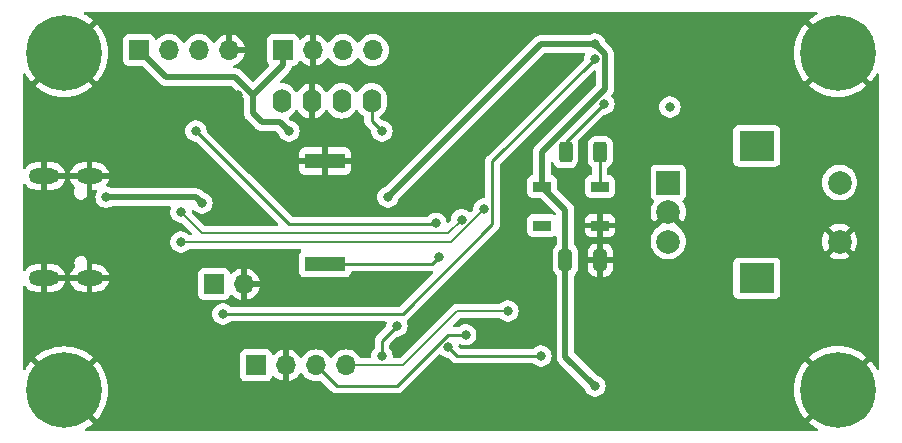
<source format=gbr>
%TF.GenerationSoftware,KiCad,Pcbnew,7.0.9-7.0.9~ubuntu22.04.1*%
%TF.CreationDate,2023-12-10T21:51:41+01:00*%
%TF.ProjectId,cat_scale,6361745f-7363-4616-9c65-2e6b69636164,rev?*%
%TF.SameCoordinates,Original*%
%TF.FileFunction,Copper,L1,Top*%
%TF.FilePolarity,Positive*%
%FSLAX46Y46*%
G04 Gerber Fmt 4.6, Leading zero omitted, Abs format (unit mm)*
G04 Created by KiCad (PCBNEW 7.0.9-7.0.9~ubuntu22.04.1) date 2023-12-10 21:51:41*
%MOMM*%
%LPD*%
G01*
G04 APERTURE LIST*
G04 Aperture macros list*
%AMRoundRect*
0 Rectangle with rounded corners*
0 $1 Rounding radius*
0 $2 $3 $4 $5 $6 $7 $8 $9 X,Y pos of 4 corners*
0 Add a 4 corners polygon primitive as box body*
4,1,4,$2,$3,$4,$5,$6,$7,$8,$9,$2,$3,0*
0 Add four circle primitives for the rounded corners*
1,1,$1+$1,$2,$3*
1,1,$1+$1,$4,$5*
1,1,$1+$1,$6,$7*
1,1,$1+$1,$8,$9*
0 Add four rect primitives between the rounded corners*
20,1,$1+$1,$2,$3,$4,$5,0*
20,1,$1+$1,$4,$5,$6,$7,0*
20,1,$1+$1,$6,$7,$8,$9,0*
20,1,$1+$1,$8,$9,$2,$3,0*%
G04 Aperture macros list end*
%TA.AperFunction,ComponentPad*%
%ADD10C,6.400000*%
%TD*%
%TA.AperFunction,ComponentPad*%
%ADD11O,1.600000X2.000000*%
%TD*%
%TA.AperFunction,SMDPad,CuDef*%
%ADD12R,3.400000X1.300000*%
%TD*%
%TA.AperFunction,SMDPad,CuDef*%
%ADD13RoundRect,0.250000X0.312500X0.625000X-0.312500X0.625000X-0.312500X-0.625000X0.312500X-0.625000X0*%
%TD*%
%TA.AperFunction,SMDPad,CuDef*%
%ADD14R,1.500000X0.900000*%
%TD*%
%TA.AperFunction,ComponentPad*%
%ADD15R,2.000000X2.000000*%
%TD*%
%TA.AperFunction,ComponentPad*%
%ADD16C,2.000000*%
%TD*%
%TA.AperFunction,ComponentPad*%
%ADD17R,3.000000X2.500000*%
%TD*%
%TA.AperFunction,SMDPad,CuDef*%
%ADD18RoundRect,0.250000X-0.325000X-0.650000X0.325000X-0.650000X0.325000X0.650000X-0.325000X0.650000X0*%
%TD*%
%TA.AperFunction,ComponentPad*%
%ADD19R,1.700000X1.700000*%
%TD*%
%TA.AperFunction,ComponentPad*%
%ADD20O,1.700000X1.700000*%
%TD*%
%TA.AperFunction,ComponentPad*%
%ADD21O,2.600000X1.300000*%
%TD*%
%TA.AperFunction,ComponentPad*%
%ADD22O,2.300000X1.300000*%
%TD*%
%TA.AperFunction,ViaPad*%
%ADD23C,0.800000*%
%TD*%
%TA.AperFunction,Conductor*%
%ADD24C,0.250000*%
%TD*%
%TA.AperFunction,Conductor*%
%ADD25C,0.500000*%
%TD*%
%TA.AperFunction,Conductor*%
%ADD26C,0.200000*%
%TD*%
G04 APERTURE END LIST*
D10*
%TO.P,H2,1,1*%
%TO.N,GND*%
X192000000Y-108000000D03*
%TD*%
D11*
%TO.P,J5,1,Pin_1*%
%TO.N,+5V*%
X144924000Y-83554000D03*
%TO.P,J5,2,Pin_2*%
%TO.N,GND*%
X147464000Y-83554000D03*
%TO.P,J5,3,Pin_3*%
%TO.N,/SCL*%
X150004000Y-83554000D03*
%TO.P,J5,4,Pin_4*%
%TO.N,/SDA*%
X152544000Y-83554000D03*
%TD*%
D10*
%TO.P,H3,1,1*%
%TO.N,GND*%
X126500000Y-79500000D03*
%TD*%
D12*
%TO.P,BZ1,1,-*%
%TO.N,/BUZZ*%
X148590000Y-97346000D03*
%TO.P,BZ1,2,+*%
%TO.N,GND*%
X148590000Y-88646000D03*
%TD*%
D13*
%TO.P,R10,1*%
%TO.N,Net-(D3-DIN)*%
X171896500Y-87884000D03*
%TO.P,R10,2*%
%TO.N,/LED_RGB*%
X168971500Y-87884000D03*
%TD*%
D14*
%TO.P,D3,1,VDD*%
%TO.N,+3V3*%
X166968000Y-90806000D03*
%TO.P,D3,2,DOUT*%
%TO.N,unconnected-(D3-DOUT-Pad2)*%
X166968000Y-94106000D03*
%TO.P,D3,3,VSS*%
%TO.N,GND*%
X171868000Y-94106000D03*
%TO.P,D3,4,DIN*%
%TO.N,Net-(D3-DIN)*%
X171868000Y-90806000D03*
%TD*%
D10*
%TO.P,H1,1,1*%
%TO.N,GND*%
X192000000Y-79500000D03*
%TD*%
D15*
%TO.P,SW3,A,A*%
%TO.N,/ROT0*%
X177662000Y-90464000D03*
D16*
%TO.P,SW3,B,B*%
%TO.N,/ROT1*%
X177662000Y-95464000D03*
%TO.P,SW3,C,C*%
%TO.N,GND*%
X177662000Y-92964000D03*
D17*
%TO.P,SW3,MP*%
%TO.N,N/C*%
X185162000Y-87364000D03*
X185162000Y-98564000D03*
D16*
%TO.P,SW3,S1,S1*%
%TO.N,/BTN0*%
X192162000Y-90464000D03*
%TO.P,SW3,S2,S2*%
%TO.N,GND*%
X192162000Y-95464000D03*
%TD*%
D18*
%TO.P,C11,1*%
%TO.N,+3V3*%
X168959000Y-97028000D03*
%TO.P,C11,2*%
%TO.N,GND*%
X171909000Y-97028000D03*
%TD*%
D10*
%TO.P,H4,1,1*%
%TO.N,GND*%
X126508000Y-108042000D03*
%TD*%
D19*
%TO.P,J4,1,Pin_1*%
%TO.N,/AVDD*%
X142758000Y-105943000D03*
D20*
%TO.P,J4,2,Pin_2*%
%TO.N,GND*%
X145298000Y-105943000D03*
%TO.P,J4,3,Pin_3*%
%TO.N,Net-(J4-Pin_3)*%
X147838000Y-105943000D03*
%TO.P,J4,4,Pin_4*%
%TO.N,/INA-*%
X150378000Y-105943000D03*
%TD*%
D19*
%TO.P,J3,1,Pin_1*%
%TO.N,+3V3*%
X145034000Y-79248000D03*
D20*
%TO.P,J3,2,Pin_2*%
%TO.N,GND*%
X147574000Y-79248000D03*
%TO.P,J3,3,Pin_3*%
%TO.N,/SCL*%
X150114000Y-79248000D03*
%TO.P,J3,4,Pin_4*%
%TO.N,/SDA*%
X152654000Y-79248000D03*
%TD*%
D19*
%TO.P,J6,1,Pin_1*%
%TO.N,+5V*%
X139187000Y-99060000D03*
D20*
%TO.P,J6,2,Pin_2*%
%TO.N,GND*%
X141727000Y-99060000D03*
%TD*%
D21*
%TO.P,J1,S1,SHIELD*%
%TO.N,GND*%
X124834000Y-98554000D03*
D22*
X128659000Y-98554000D03*
D21*
X124834000Y-89914000D03*
D22*
X128659000Y-89914000D03*
%TD*%
D19*
%TO.P,J2,1,Pin_1*%
%TO.N,+3V3*%
X132852000Y-79248000D03*
D20*
%TO.P,J2,2,Pin_2*%
%TO.N,/RXD0*%
X135392000Y-79248000D03*
%TO.P,J2,3,Pin_3*%
%TO.N,/TXD0*%
X137932000Y-79248000D03*
%TO.P,J2,4,Pin_4*%
%TO.N,GND*%
X140472000Y-79248000D03*
%TD*%
D23*
%TO.N,GND*%
X166624000Y-102362000D03*
X146558000Y-104140000D03*
X175768000Y-90170000D03*
X154432000Y-82804000D03*
X151384000Y-81280000D03*
X141224000Y-83058000D03*
X157734000Y-101092000D03*
X175768000Y-91186000D03*
%TO.N,/BOOT*%
X157988000Y-93904498D03*
X137668000Y-86106000D03*
%TO.N,/RST*%
X139954000Y-101600000D03*
X171450000Y-80010000D03*
%TO.N,+3V3*%
X145542000Y-86106000D03*
X171450000Y-107696000D03*
X177800000Y-84074000D03*
X153924000Y-91694000D03*
X171450000Y-78740000D03*
%TO.N,/AVDD*%
X153416000Y-105156000D03*
X154686000Y-102616000D03*
%TO.N,/INA-*%
X164084000Y-101346000D03*
%TO.N,Net-(D2-A)*%
X130066201Y-91712201D03*
X138176000Y-92202000D03*
%TO.N,/SDA*%
X153416000Y-86106000D03*
%TO.N,Net-(J4-Pin_3)*%
X160517388Y-103356545D03*
%TO.N,/USB_D-*%
X136398000Y-95504000D03*
X162052000Y-92710000D03*
%TO.N,/USB_D+*%
X160160378Y-93612378D03*
X136398000Y-92964000D03*
%TO.N,Net-(U3-VFB)*%
X166878000Y-105156000D03*
X159004000Y-104394000D03*
%TO.N,/LED_RGB*%
X172212000Y-83820000D03*
%TO.N,/BUZZ*%
X158242000Y-96774000D03*
%TD*%
D24*
%TO.N,/BOOT*%
X157912498Y-93980000D02*
X157988000Y-93904498D01*
X145542000Y-93980000D02*
X157912498Y-93980000D01*
X137668000Y-86106000D02*
X145542000Y-93980000D01*
%TO.N,/RST*%
X162777000Y-88683000D02*
X162777000Y-94017000D01*
X162777000Y-94017000D02*
X155194000Y-101600000D01*
X139954000Y-101600000D02*
X155194000Y-101600000D01*
X171450000Y-80010000D02*
X162777000Y-88683000D01*
D25*
%TO.N,+3V3*%
X143256000Y-85344000D02*
X142494000Y-84582000D01*
X145034000Y-80518000D02*
X145034000Y-79248000D01*
X166968000Y-90806000D02*
X166968000Y-87861918D01*
X145542000Y-86106000D02*
X145508233Y-86106000D01*
X144746233Y-85344000D02*
X143256000Y-85344000D01*
X142494000Y-84582000D02*
X142494000Y-83058000D01*
X142494000Y-83058000D02*
X140970000Y-81534000D01*
X168959000Y-92797000D02*
X168959000Y-97028000D01*
X168959000Y-97028000D02*
X168959000Y-105205000D01*
X172300000Y-79590000D02*
X171450000Y-78740000D01*
X153924000Y-91694000D02*
X166878000Y-78740000D01*
X135138000Y-81534000D02*
X132852000Y-79248000D01*
X166968000Y-87861918D02*
X172300000Y-82529918D01*
X168959000Y-105205000D02*
X171450000Y-107696000D01*
X166968000Y-90806000D02*
X168959000Y-92797000D01*
X145508233Y-86106000D02*
X144746233Y-85344000D01*
X172300000Y-82529918D02*
X172300000Y-79590000D01*
X166878000Y-78740000D02*
X171450000Y-78740000D01*
X142494000Y-83058000D02*
X145034000Y-80518000D01*
X140970000Y-81534000D02*
X135138000Y-81534000D01*
D24*
%TO.N,/AVDD*%
X154686000Y-102616000D02*
X153416000Y-103886000D01*
X153416000Y-103886000D02*
X153416000Y-105156000D01*
D26*
%TO.N,/INA-*%
X164084000Y-101346000D02*
X159766000Y-101346000D01*
X159766000Y-101346000D02*
X155169000Y-105943000D01*
X155169000Y-105943000D02*
X150378000Y-105943000D01*
D24*
%TO.N,Net-(D3-DIN)*%
X171896500Y-87884000D02*
X171868000Y-87912500D01*
X171868000Y-87912500D02*
X171868000Y-90806000D01*
D25*
%TO.N,Net-(D2-A)*%
X137686201Y-91712201D02*
X138176000Y-92202000D01*
X130066201Y-91712201D02*
X137686201Y-91712201D01*
D24*
%TO.N,/SDA*%
X153416000Y-86106000D02*
X152544000Y-85234000D01*
X152544000Y-85234000D02*
X152544000Y-83554000D01*
%TO.N,Net-(J4-Pin_3)*%
X159016150Y-103356545D02*
X154676695Y-107696000D01*
X154676695Y-107696000D02*
X149591000Y-107696000D01*
X149591000Y-107696000D02*
X147838000Y-105943000D01*
X160517388Y-103356545D02*
X159016150Y-103356545D01*
D26*
%TO.N,/USB_D-*%
X159258000Y-95504000D02*
X136398000Y-95504000D01*
X162052000Y-92710000D02*
X159258000Y-95504000D01*
%TO.N,/USB_D+*%
X159030756Y-94742000D02*
X160160378Y-93612378D01*
X138176000Y-94742000D02*
X136398000Y-92964000D01*
X159030756Y-94742000D02*
X138176000Y-94742000D01*
D24*
%TO.N,Net-(U3-VFB)*%
X166878000Y-105156000D02*
X159766000Y-105156000D01*
X159766000Y-105156000D02*
X159004000Y-104394000D01*
%TO.N,/LED_RGB*%
X168971500Y-87884000D02*
X168971500Y-87060500D01*
X168971500Y-87060500D02*
X172212000Y-83820000D01*
%TO.N,/BUZZ*%
X148590000Y-97346000D02*
X157670000Y-97346000D01*
X157670000Y-97346000D02*
X158242000Y-96774000D01*
%TD*%
%TA.AperFunction,Conductor*%
%TO.N,GND*%
G36*
X190257951Y-76025685D02*
G01*
X190303706Y-76078489D01*
X190313650Y-76147647D01*
X190284625Y-76211203D01*
X190247207Y-76240485D01*
X190147456Y-76291310D01*
X189822206Y-76502531D01*
X189564648Y-76711095D01*
X189564648Y-76711096D01*
X191055819Y-78202266D01*
X190865130Y-78365130D01*
X190702266Y-78555818D01*
X189211096Y-77064648D01*
X189211095Y-77064648D01*
X189002531Y-77322206D01*
X188791310Y-77647456D01*
X188615244Y-77993005D01*
X188476262Y-78355063D01*
X188375887Y-78729669D01*
X188375886Y-78729676D01*
X188315219Y-79112712D01*
X188294922Y-79499999D01*
X188294922Y-79500000D01*
X188315219Y-79887287D01*
X188375886Y-80270323D01*
X188375887Y-80270330D01*
X188476262Y-80644936D01*
X188615244Y-81006994D01*
X188791310Y-81352543D01*
X189002531Y-81677793D01*
X189211095Y-81935350D01*
X189211096Y-81935350D01*
X190702266Y-80444180D01*
X190865130Y-80634870D01*
X191055819Y-80797733D01*
X189564648Y-82288903D01*
X189564649Y-82288904D01*
X189822206Y-82497468D01*
X190147456Y-82708689D01*
X190493005Y-82884755D01*
X190855063Y-83023737D01*
X191229669Y-83124112D01*
X191229676Y-83124113D01*
X191612712Y-83184780D01*
X191999999Y-83205078D01*
X192000001Y-83205078D01*
X192387287Y-83184780D01*
X192770323Y-83124113D01*
X192770330Y-83124112D01*
X193144936Y-83023737D01*
X193506994Y-82884755D01*
X193852543Y-82708689D01*
X194177783Y-82497476D01*
X194177785Y-82497475D01*
X194435349Y-82288902D01*
X192944180Y-80797733D01*
X193134870Y-80634870D01*
X193297733Y-80444180D01*
X194788902Y-81935349D01*
X194997475Y-81677785D01*
X194997476Y-81677783D01*
X195208691Y-81352541D01*
X195208692Y-81352538D01*
X195265015Y-81241999D01*
X195312989Y-81191202D01*
X195380810Y-81174407D01*
X195446945Y-81196944D01*
X195490397Y-81251659D01*
X195499500Y-81298293D01*
X195499500Y-106201706D01*
X195479815Y-106268745D01*
X195427011Y-106314500D01*
X195357853Y-106324444D01*
X195294297Y-106295419D01*
X195265015Y-106258001D01*
X195208689Y-106147456D01*
X194997468Y-105822206D01*
X194788904Y-105564649D01*
X194788903Y-105564648D01*
X193297733Y-107055818D01*
X193134870Y-106865130D01*
X192944180Y-106702266D01*
X194435350Y-105211096D01*
X194435350Y-105211095D01*
X194177793Y-105002531D01*
X193852543Y-104791310D01*
X193506994Y-104615244D01*
X193144936Y-104476262D01*
X192770330Y-104375887D01*
X192770323Y-104375886D01*
X192387287Y-104315219D01*
X192000001Y-104294922D01*
X191999999Y-104294922D01*
X191612712Y-104315219D01*
X191229676Y-104375886D01*
X191229669Y-104375887D01*
X190855063Y-104476262D01*
X190493005Y-104615244D01*
X190147456Y-104791310D01*
X189822206Y-105002531D01*
X189564648Y-105211095D01*
X189564648Y-105211096D01*
X191055819Y-106702266D01*
X190865130Y-106865130D01*
X190702266Y-107055818D01*
X189211096Y-105564648D01*
X189211095Y-105564648D01*
X189002531Y-105822206D01*
X188791310Y-106147456D01*
X188615244Y-106493005D01*
X188476262Y-106855063D01*
X188375887Y-107229669D01*
X188375886Y-107229676D01*
X188315219Y-107612712D01*
X188294922Y-107999999D01*
X188294922Y-108000000D01*
X188315219Y-108387287D01*
X188375886Y-108770323D01*
X188375887Y-108770330D01*
X188476262Y-109144936D01*
X188615244Y-109506994D01*
X188791310Y-109852543D01*
X189002531Y-110177793D01*
X189211095Y-110435350D01*
X189211096Y-110435350D01*
X190702266Y-108944180D01*
X190865130Y-109134870D01*
X191055819Y-109297733D01*
X189564648Y-110788903D01*
X189564649Y-110788904D01*
X189822206Y-110997468D01*
X190147456Y-111208689D01*
X190258001Y-111265015D01*
X190308797Y-111312990D01*
X190325592Y-111380811D01*
X190303055Y-111446945D01*
X190248340Y-111490397D01*
X190201706Y-111499500D01*
X128388724Y-111499500D01*
X128321685Y-111479815D01*
X128275930Y-111427011D01*
X128265986Y-111357853D01*
X128295011Y-111294297D01*
X128332429Y-111265015D01*
X128360543Y-111250689D01*
X128685783Y-111039476D01*
X128685785Y-111039475D01*
X128943349Y-110830902D01*
X127452180Y-109339733D01*
X127642870Y-109176870D01*
X127805733Y-108986180D01*
X129296902Y-110477349D01*
X129505475Y-110219785D01*
X129505476Y-110219783D01*
X129716689Y-109894543D01*
X129892755Y-109548994D01*
X130031737Y-109186936D01*
X130132112Y-108812330D01*
X130132113Y-108812323D01*
X130192780Y-108429287D01*
X130213078Y-108042000D01*
X130213078Y-108041999D01*
X130192780Y-107654712D01*
X130132113Y-107271676D01*
X130132112Y-107271669D01*
X130031737Y-106897063D01*
X129892755Y-106535005D01*
X129716689Y-106189456D01*
X129505468Y-105864206D01*
X129296904Y-105606649D01*
X129296903Y-105606648D01*
X127805732Y-107097818D01*
X127642870Y-106907130D01*
X127452180Y-106744266D01*
X128943350Y-105253096D01*
X128943350Y-105253095D01*
X128685793Y-105044531D01*
X128360543Y-104833310D01*
X128014994Y-104657244D01*
X127652936Y-104518262D01*
X127278330Y-104417887D01*
X127278323Y-104417886D01*
X126895287Y-104357219D01*
X126508001Y-104336922D01*
X126507999Y-104336922D01*
X126120712Y-104357219D01*
X125737676Y-104417886D01*
X125737669Y-104417887D01*
X125363063Y-104518262D01*
X125001005Y-104657244D01*
X124655456Y-104833310D01*
X124330206Y-105044531D01*
X124072648Y-105253095D01*
X124072648Y-105253096D01*
X125563819Y-106744266D01*
X125373130Y-106907130D01*
X125210266Y-107097819D01*
X123719096Y-105606648D01*
X123719095Y-105606648D01*
X123510531Y-105864206D01*
X123299310Y-106189456D01*
X123258485Y-106269580D01*
X123210510Y-106320376D01*
X123142689Y-106337171D01*
X123076554Y-106314633D01*
X123033103Y-106259918D01*
X123024000Y-106213285D01*
X123024000Y-99957870D01*
X137836500Y-99957870D01*
X137836501Y-99957876D01*
X137842908Y-100017483D01*
X137893202Y-100152328D01*
X137893206Y-100152335D01*
X137979452Y-100267544D01*
X137979455Y-100267547D01*
X138094664Y-100353793D01*
X138094671Y-100353797D01*
X138229517Y-100404091D01*
X138229516Y-100404091D01*
X138236444Y-100404835D01*
X138289127Y-100410500D01*
X140084872Y-100410499D01*
X140144483Y-100404091D01*
X140279331Y-100353796D01*
X140394546Y-100267546D01*
X140480796Y-100152331D01*
X140530002Y-100020401D01*
X140571872Y-99964468D01*
X140637337Y-99940050D01*
X140705610Y-99954901D01*
X140733865Y-99976053D01*
X140855917Y-100098105D01*
X141049421Y-100233600D01*
X141263507Y-100333429D01*
X141263516Y-100333433D01*
X141477000Y-100390634D01*
X141477000Y-99495501D01*
X141584685Y-99544680D01*
X141691237Y-99560000D01*
X141762763Y-99560000D01*
X141869315Y-99544680D01*
X141977000Y-99495501D01*
X141977000Y-100390633D01*
X142190483Y-100333433D01*
X142190492Y-100333429D01*
X142404578Y-100233600D01*
X142598082Y-100098105D01*
X142765105Y-99931082D01*
X142900600Y-99737578D01*
X143000429Y-99523492D01*
X143000432Y-99523486D01*
X143057636Y-99310000D01*
X142160686Y-99310000D01*
X142186493Y-99269844D01*
X142227000Y-99131889D01*
X142227000Y-98988111D01*
X142186493Y-98850156D01*
X142160686Y-98810000D01*
X143057636Y-98810000D01*
X143057635Y-98809999D01*
X143000432Y-98596513D01*
X143000429Y-98596507D01*
X142900600Y-98382422D01*
X142900599Y-98382420D01*
X142765113Y-98188926D01*
X142765108Y-98188920D01*
X142598082Y-98021894D01*
X142404578Y-97886399D01*
X142190492Y-97786570D01*
X142190486Y-97786567D01*
X141977000Y-97729364D01*
X141977000Y-98624498D01*
X141869315Y-98575320D01*
X141762763Y-98560000D01*
X141691237Y-98560000D01*
X141584685Y-98575320D01*
X141477000Y-98624498D01*
X141477000Y-97729364D01*
X141476999Y-97729364D01*
X141263513Y-97786567D01*
X141263507Y-97786570D01*
X141049422Y-97886399D01*
X141049420Y-97886400D01*
X140855926Y-98021886D01*
X140733865Y-98143947D01*
X140672542Y-98177431D01*
X140602850Y-98172447D01*
X140546917Y-98130575D01*
X140530002Y-98099598D01*
X140480797Y-97967671D01*
X140480793Y-97967664D01*
X140394547Y-97852455D01*
X140394544Y-97852452D01*
X140279335Y-97766206D01*
X140279328Y-97766202D01*
X140144482Y-97715908D01*
X140144483Y-97715908D01*
X140084883Y-97709501D01*
X140084881Y-97709500D01*
X140084873Y-97709500D01*
X140084864Y-97709500D01*
X138289129Y-97709500D01*
X138289123Y-97709501D01*
X138229516Y-97715908D01*
X138094671Y-97766202D01*
X138094664Y-97766206D01*
X137979455Y-97852452D01*
X137979452Y-97852455D01*
X137893206Y-97967664D01*
X137893202Y-97967671D01*
X137842908Y-98102517D01*
X137836501Y-98162116D01*
X137836500Y-98162135D01*
X137836500Y-99957870D01*
X123024000Y-99957870D01*
X123024000Y-99300868D01*
X123043685Y-99233829D01*
X123096489Y-99188074D01*
X123165647Y-99178130D01*
X123229203Y-99207155D01*
X123253428Y-99235592D01*
X123262348Y-99250000D01*
X123405928Y-99407499D01*
X123576010Y-99535940D01*
X123766783Y-99630933D01*
X123766803Y-99630941D01*
X123971780Y-99689261D01*
X123971783Y-99689262D01*
X124130833Y-99704000D01*
X124584000Y-99704000D01*
X124584000Y-98854000D01*
X125084000Y-98854000D01*
X125084000Y-99704000D01*
X125537167Y-99704000D01*
X125696216Y-99689262D01*
X125696219Y-99689261D01*
X125901196Y-99630941D01*
X125901216Y-99630933D01*
X126091989Y-99535940D01*
X126262071Y-99407499D01*
X126405651Y-99249999D01*
X126405653Y-99249997D01*
X126517846Y-99068798D01*
X126517850Y-99068789D01*
X126594836Y-98870063D01*
X126594837Y-98870058D01*
X126607187Y-98804000D01*
X127035813Y-98804000D01*
X127048162Y-98870058D01*
X127048163Y-98870063D01*
X127125149Y-99068789D01*
X127125153Y-99068798D01*
X127237346Y-99249997D01*
X127237348Y-99249999D01*
X127380928Y-99407499D01*
X127551010Y-99535940D01*
X127741783Y-99630933D01*
X127741803Y-99630941D01*
X127946780Y-99689261D01*
X127946783Y-99689262D01*
X128105833Y-99704000D01*
X128409000Y-99704000D01*
X128409000Y-98854000D01*
X128909000Y-98854000D01*
X128909000Y-99704000D01*
X129212167Y-99704000D01*
X129371216Y-99689262D01*
X129371219Y-99689261D01*
X129576196Y-99630941D01*
X129576216Y-99630933D01*
X129766989Y-99535940D01*
X129937071Y-99407499D01*
X130080651Y-99249999D01*
X130080653Y-99249997D01*
X130192846Y-99068798D01*
X130192850Y-99068789D01*
X130269836Y-98870063D01*
X130269837Y-98870058D01*
X130282187Y-98804000D01*
X129325111Y-98804000D01*
X129364610Y-98779543D01*
X129432201Y-98690038D01*
X129462895Y-98582160D01*
X129452546Y-98470479D01*
X129402552Y-98370078D01*
X129330069Y-98304000D01*
X130282187Y-98304000D01*
X130269837Y-98237941D01*
X130269836Y-98237936D01*
X130192850Y-98039210D01*
X130192846Y-98039201D01*
X130080653Y-97858002D01*
X130080651Y-97858000D01*
X129937071Y-97700500D01*
X129766989Y-97572059D01*
X129576216Y-97477066D01*
X129576196Y-97477058D01*
X129371219Y-97418738D01*
X129371216Y-97418737D01*
X129212167Y-97404000D01*
X128909000Y-97404000D01*
X128909000Y-98254000D01*
X128409000Y-98254000D01*
X128409000Y-97555036D01*
X128425658Y-97498305D01*
X128423476Y-97497175D01*
X128427374Y-97489649D01*
X128427377Y-97489647D01*
X128434255Y-97470293D01*
X128478053Y-97347060D01*
X128478053Y-97347058D01*
X128478054Y-97347056D01*
X128488381Y-97196079D01*
X128472768Y-97120944D01*
X128457594Y-97047921D01*
X128457592Y-97047918D01*
X128457592Y-97047915D01*
X128387971Y-96913553D01*
X128387967Y-96913549D01*
X128387967Y-96913548D01*
X128284681Y-96802956D01*
X128206053Y-96755141D01*
X128155382Y-96724328D01*
X128009665Y-96683500D01*
X127896342Y-96683500D01*
X127896341Y-96683500D01*
X127784082Y-96698929D01*
X127784079Y-96698930D01*
X127645283Y-96759217D01*
X127527889Y-96854724D01*
X127440623Y-96978352D01*
X127440621Y-96978355D01*
X127389946Y-97120939D01*
X127389946Y-97120942D01*
X127379619Y-97271918D01*
X127379619Y-97271921D01*
X127410405Y-97420078D01*
X127410407Y-97420083D01*
X127410408Y-97420085D01*
X127458400Y-97512705D01*
X127471765Y-97581285D01*
X127445931Y-97646203D01*
X127423030Y-97668706D01*
X127380930Y-97700499D01*
X127380929Y-97700499D01*
X127237348Y-97858000D01*
X127237346Y-97858002D01*
X127125153Y-98039201D01*
X127125149Y-98039210D01*
X127048163Y-98237936D01*
X127048162Y-98237941D01*
X127035813Y-98304000D01*
X127992889Y-98304000D01*
X127953390Y-98328457D01*
X127885799Y-98417962D01*
X127855105Y-98525840D01*
X127865454Y-98637521D01*
X127915448Y-98737922D01*
X127987931Y-98804000D01*
X127035813Y-98804000D01*
X126607187Y-98804000D01*
X125650111Y-98804000D01*
X125689610Y-98779543D01*
X125757201Y-98690038D01*
X125787895Y-98582160D01*
X125777546Y-98470479D01*
X125727552Y-98370078D01*
X125655069Y-98304000D01*
X126607187Y-98304000D01*
X126594837Y-98237941D01*
X126594836Y-98237936D01*
X126517850Y-98039210D01*
X126517846Y-98039201D01*
X126405653Y-97858002D01*
X126405651Y-97858000D01*
X126262071Y-97700500D01*
X126091989Y-97572059D01*
X125901216Y-97477066D01*
X125901196Y-97477058D01*
X125696219Y-97418738D01*
X125696216Y-97418737D01*
X125537167Y-97404000D01*
X125084000Y-97404000D01*
X125084000Y-98254000D01*
X124584000Y-98254000D01*
X124584000Y-97404000D01*
X124130833Y-97404000D01*
X123971783Y-97418737D01*
X123971780Y-97418738D01*
X123766803Y-97477058D01*
X123766783Y-97477066D01*
X123576010Y-97572059D01*
X123405928Y-97700500D01*
X123262349Y-97857999D01*
X123253427Y-97872409D01*
X123201399Y-97919044D01*
X123132417Y-97930148D01*
X123068383Y-97902195D01*
X123029626Y-97844059D01*
X123024000Y-97807131D01*
X123024000Y-90660868D01*
X123043685Y-90593829D01*
X123096489Y-90548074D01*
X123165647Y-90538130D01*
X123229203Y-90567155D01*
X123253428Y-90595592D01*
X123262348Y-90610000D01*
X123405928Y-90767499D01*
X123576010Y-90895940D01*
X123766783Y-90990933D01*
X123766803Y-90990941D01*
X123971780Y-91049261D01*
X123971783Y-91049262D01*
X124130833Y-91064000D01*
X124584000Y-91064000D01*
X124584000Y-90214000D01*
X125084000Y-90214000D01*
X125084000Y-91064000D01*
X125537167Y-91064000D01*
X125696216Y-91049262D01*
X125696219Y-91049261D01*
X125901196Y-90990941D01*
X125901216Y-90990933D01*
X126091989Y-90895940D01*
X126262071Y-90767499D01*
X126405651Y-90609999D01*
X126405653Y-90609997D01*
X126517846Y-90428798D01*
X126517850Y-90428789D01*
X126594836Y-90230063D01*
X126594837Y-90230058D01*
X126607187Y-90164000D01*
X127035813Y-90164000D01*
X127048162Y-90230058D01*
X127048163Y-90230063D01*
X127125149Y-90428789D01*
X127125153Y-90428798D01*
X127237346Y-90609997D01*
X127237348Y-90609999D01*
X127380929Y-90767500D01*
X127385166Y-90771362D01*
X127383466Y-90773226D01*
X127418670Y-90820667D01*
X127423361Y-90890379D01*
X127421712Y-90896951D01*
X127383500Y-91033335D01*
X127383500Y-91033336D01*
X127383500Y-91396658D01*
X127398929Y-91508917D01*
X127398930Y-91508920D01*
X127459217Y-91647716D01*
X127459219Y-91647719D01*
X127459220Y-91647720D01*
X127547717Y-91756498D01*
X127554724Y-91765110D01*
X127619071Y-91810531D01*
X127673366Y-91848857D01*
X127678352Y-91852376D01*
X127678355Y-91852378D01*
X127763375Y-91882594D01*
X127820944Y-91903054D01*
X127971921Y-91913381D01*
X128021622Y-91903053D01*
X128120078Y-91882594D01*
X128120079Y-91882593D01*
X128120085Y-91882592D01*
X128254447Y-91812971D01*
X128365044Y-91709680D01*
X128443672Y-91580382D01*
X128484500Y-91434665D01*
X128484500Y-91071342D01*
X128484190Y-91069090D01*
X128469315Y-90960862D01*
X128469070Y-90959080D01*
X128422149Y-90851058D01*
X128419266Y-90844420D01*
X128409000Y-90795018D01*
X128409000Y-90214000D01*
X128909000Y-90214000D01*
X128909000Y-91064000D01*
X129185858Y-91064000D01*
X129252897Y-91083685D01*
X129298652Y-91136489D01*
X129308596Y-91205647D01*
X129293245Y-91250000D01*
X129239022Y-91343916D01*
X129239019Y-91343923D01*
X129184449Y-91511873D01*
X129180527Y-91523945D01*
X129160741Y-91712201D01*
X129180527Y-91900457D01*
X129181371Y-91903054D01*
X129239019Y-92080478D01*
X129239022Y-92080485D01*
X129333668Y-92244417D01*
X129421276Y-92341715D01*
X129460330Y-92385089D01*
X129613466Y-92496349D01*
X129613471Y-92496352D01*
X129786393Y-92573343D01*
X129786398Y-92573345D01*
X129971555Y-92612701D01*
X129971556Y-92612701D01*
X130160845Y-92612701D01*
X130160847Y-92612701D01*
X130346004Y-92573345D01*
X130518931Y-92496352D01*
X130520977Y-92494865D01*
X130532653Y-92486383D01*
X130598459Y-92462903D01*
X130605538Y-92462701D01*
X135443369Y-92462701D01*
X135510408Y-92482386D01*
X135556163Y-92535190D01*
X135566107Y-92604348D01*
X135561300Y-92625017D01*
X135558641Y-92633202D01*
X135517157Y-92760877D01*
X135512326Y-92775744D01*
X135492540Y-92964000D01*
X135512326Y-93152256D01*
X135512327Y-93152259D01*
X135570818Y-93332277D01*
X135570821Y-93332284D01*
X135665467Y-93496216D01*
X135766240Y-93608135D01*
X135792129Y-93636888D01*
X135945265Y-93748148D01*
X135945270Y-93748151D01*
X136118192Y-93825142D01*
X136118197Y-93825144D01*
X136303354Y-93864500D01*
X136397903Y-93864500D01*
X136464942Y-93884185D01*
X136485584Y-93900819D01*
X137276584Y-94691819D01*
X137310069Y-94753142D01*
X137305085Y-94822834D01*
X137263213Y-94878767D01*
X137197749Y-94903184D01*
X137188903Y-94903500D01*
X137124258Y-94903500D01*
X137057219Y-94883815D01*
X137032109Y-94862473D01*
X137003871Y-94831112D01*
X137003864Y-94831106D01*
X136850734Y-94719851D01*
X136850729Y-94719848D01*
X136677807Y-94642857D01*
X136677802Y-94642855D01*
X136532001Y-94611865D01*
X136492646Y-94603500D01*
X136303354Y-94603500D01*
X136270897Y-94610398D01*
X136118197Y-94642855D01*
X136118192Y-94642857D01*
X135945270Y-94719848D01*
X135945265Y-94719851D01*
X135792129Y-94831111D01*
X135665466Y-94971785D01*
X135570821Y-95135715D01*
X135570818Y-95135722D01*
X135544647Y-95216270D01*
X135512326Y-95315744D01*
X135492540Y-95504000D01*
X135512326Y-95692256D01*
X135512327Y-95692259D01*
X135570818Y-95872277D01*
X135570821Y-95872284D01*
X135665467Y-96036216D01*
X135773837Y-96156573D01*
X135792129Y-96176888D01*
X135945265Y-96288148D01*
X135945270Y-96288151D01*
X136118192Y-96365142D01*
X136118197Y-96365144D01*
X136303354Y-96404500D01*
X136303355Y-96404500D01*
X136492644Y-96404500D01*
X136492646Y-96404500D01*
X136677803Y-96365144D01*
X136850730Y-96288151D01*
X137003871Y-96176888D01*
X137032109Y-96145527D01*
X137091595Y-96108879D01*
X137124258Y-96104500D01*
X146472420Y-96104500D01*
X146539459Y-96124185D01*
X146585214Y-96176989D01*
X146595158Y-96246147D01*
X146566133Y-96309703D01*
X146546735Y-96327763D01*
X146535911Y-96335865D01*
X146532451Y-96338456D01*
X146446206Y-96453664D01*
X146446202Y-96453671D01*
X146395908Y-96588517D01*
X146389501Y-96648116D01*
X146389500Y-96648135D01*
X146389500Y-98043870D01*
X146389501Y-98043876D01*
X146395908Y-98103483D01*
X146446202Y-98238328D01*
X146446206Y-98238335D01*
X146532452Y-98353544D01*
X146532455Y-98353547D01*
X146647664Y-98439793D01*
X146647671Y-98439797D01*
X146782517Y-98490091D01*
X146782516Y-98490091D01*
X146789444Y-98490835D01*
X146842127Y-98496500D01*
X150337872Y-98496499D01*
X150397483Y-98490091D01*
X150532331Y-98439796D01*
X150647546Y-98353546D01*
X150733796Y-98238331D01*
X150784091Y-98103483D01*
X150786375Y-98082243D01*
X150813114Y-98017692D01*
X150870507Y-97977845D01*
X150909664Y-97971500D01*
X157587257Y-97971500D01*
X157602877Y-97973224D01*
X157602904Y-97972939D01*
X157610661Y-97973671D01*
X157610667Y-97973673D01*
X157633249Y-97972963D01*
X157700873Y-97990532D01*
X157748264Y-98041872D01*
X157760376Y-98110684D01*
X157733362Y-98175120D01*
X157724825Y-98184583D01*
X154971228Y-100938181D01*
X154909905Y-100971666D01*
X154883547Y-100974500D01*
X140657748Y-100974500D01*
X140590709Y-100954815D01*
X140565600Y-100933474D01*
X140559873Y-100927114D01*
X140559869Y-100927110D01*
X140406734Y-100815851D01*
X140406729Y-100815848D01*
X140233807Y-100738857D01*
X140233802Y-100738855D01*
X140072042Y-100704473D01*
X140048646Y-100699500D01*
X139859354Y-100699500D01*
X139835958Y-100704473D01*
X139674197Y-100738855D01*
X139674192Y-100738857D01*
X139501270Y-100815848D01*
X139501265Y-100815851D01*
X139348129Y-100927111D01*
X139221466Y-101067785D01*
X139126821Y-101231715D01*
X139126818Y-101231722D01*
X139068327Y-101411740D01*
X139068326Y-101411744D01*
X139048540Y-101600000D01*
X139068326Y-101788256D01*
X139068327Y-101788259D01*
X139126818Y-101968277D01*
X139126821Y-101968284D01*
X139221467Y-102132216D01*
X139342401Y-102266526D01*
X139348129Y-102272888D01*
X139501265Y-102384148D01*
X139501270Y-102384151D01*
X139674192Y-102461142D01*
X139674197Y-102461144D01*
X139859354Y-102500500D01*
X139859355Y-102500500D01*
X140048644Y-102500500D01*
X140048646Y-102500500D01*
X140233803Y-102461144D01*
X140406730Y-102384151D01*
X140559871Y-102272888D01*
X140562788Y-102269647D01*
X140565600Y-102266526D01*
X140625087Y-102229879D01*
X140657748Y-102225500D01*
X153695368Y-102225500D01*
X153762407Y-102245185D01*
X153808162Y-102297989D01*
X153818106Y-102367147D01*
X153813300Y-102387813D01*
X153800326Y-102427744D01*
X153790697Y-102519364D01*
X153782679Y-102595649D01*
X153756094Y-102660263D01*
X153747039Y-102670368D01*
X153032208Y-103385199D01*
X153019951Y-103395020D01*
X153020134Y-103395241D01*
X153014123Y-103400213D01*
X152966772Y-103450636D01*
X152945889Y-103471519D01*
X152945877Y-103471532D01*
X152941621Y-103477017D01*
X152937837Y-103481447D01*
X152905937Y-103515418D01*
X152905936Y-103515420D01*
X152896284Y-103532976D01*
X152885610Y-103549226D01*
X152873329Y-103565061D01*
X152873324Y-103565068D01*
X152854815Y-103607838D01*
X152852245Y-103613084D01*
X152829803Y-103653906D01*
X152824822Y-103673307D01*
X152818521Y-103691710D01*
X152810562Y-103710102D01*
X152810561Y-103710105D01*
X152803271Y-103756127D01*
X152802087Y-103761846D01*
X152790501Y-103806972D01*
X152790500Y-103806982D01*
X152790500Y-103827016D01*
X152788973Y-103846415D01*
X152785840Y-103866194D01*
X152785840Y-103866195D01*
X152790225Y-103912583D01*
X152790500Y-103918421D01*
X152790500Y-104457312D01*
X152770815Y-104524351D01*
X152758650Y-104540284D01*
X152683466Y-104623784D01*
X152588821Y-104787715D01*
X152588818Y-104787722D01*
X152530327Y-104967740D01*
X152530326Y-104967744D01*
X152510540Y-105156000D01*
X152513380Y-105183025D01*
X152515747Y-105205539D01*
X152503177Y-105274268D01*
X152455445Y-105325292D01*
X152392426Y-105342500D01*
X151667091Y-105342500D01*
X151600052Y-105322815D01*
X151554711Y-105270909D01*
X151552037Y-105265175D01*
X151552034Y-105265170D01*
X151546729Y-105257594D01*
X151475593Y-105156000D01*
X151416494Y-105071597D01*
X151249402Y-104904506D01*
X151249395Y-104904501D01*
X151055834Y-104768967D01*
X151055830Y-104768965D01*
X151055828Y-104768964D01*
X150841663Y-104669097D01*
X150841659Y-104669096D01*
X150841655Y-104669094D01*
X150613413Y-104607938D01*
X150613403Y-104607936D01*
X150378001Y-104587341D01*
X150377999Y-104587341D01*
X150142596Y-104607936D01*
X150142586Y-104607938D01*
X149914344Y-104669094D01*
X149914335Y-104669098D01*
X149700171Y-104768964D01*
X149700169Y-104768965D01*
X149506597Y-104904505D01*
X149339505Y-105071597D01*
X149209575Y-105257158D01*
X149154998Y-105300783D01*
X149085500Y-105307977D01*
X149023145Y-105276454D01*
X149006425Y-105257158D01*
X148876494Y-105071597D01*
X148709402Y-104904506D01*
X148709395Y-104904501D01*
X148515834Y-104768967D01*
X148515830Y-104768965D01*
X148515828Y-104768964D01*
X148301663Y-104669097D01*
X148301659Y-104669096D01*
X148301655Y-104669094D01*
X148073413Y-104607938D01*
X148073403Y-104607936D01*
X147838001Y-104587341D01*
X147837999Y-104587341D01*
X147602596Y-104607936D01*
X147602586Y-104607938D01*
X147374344Y-104669094D01*
X147374335Y-104669098D01*
X147160171Y-104768964D01*
X147160169Y-104768965D01*
X146966597Y-104904505D01*
X146799508Y-105071594D01*
X146669269Y-105257595D01*
X146614692Y-105301219D01*
X146545193Y-105308412D01*
X146482839Y-105276890D01*
X146466119Y-105257594D01*
X146336113Y-105071926D01*
X146336108Y-105071920D01*
X146169082Y-104904894D01*
X145975578Y-104769399D01*
X145761492Y-104669570D01*
X145761486Y-104669567D01*
X145548000Y-104612364D01*
X145548000Y-105507498D01*
X145440315Y-105458320D01*
X145333763Y-105443000D01*
X145262237Y-105443000D01*
X145155685Y-105458320D01*
X145048000Y-105507498D01*
X145048000Y-104612364D01*
X145047999Y-104612364D01*
X144834513Y-104669567D01*
X144834507Y-104669570D01*
X144620422Y-104769399D01*
X144620420Y-104769400D01*
X144426926Y-104904886D01*
X144304865Y-105026947D01*
X144243542Y-105060431D01*
X144173850Y-105055447D01*
X144117917Y-105013575D01*
X144101002Y-104982598D01*
X144095460Y-104967740D01*
X144051796Y-104850669D01*
X144051795Y-104850668D01*
X144051793Y-104850664D01*
X143965547Y-104735455D01*
X143965544Y-104735452D01*
X143850335Y-104649206D01*
X143850328Y-104649202D01*
X143715482Y-104598908D01*
X143715483Y-104598908D01*
X143655883Y-104592501D01*
X143655881Y-104592500D01*
X143655873Y-104592500D01*
X143655864Y-104592500D01*
X141860129Y-104592500D01*
X141860123Y-104592501D01*
X141800516Y-104598908D01*
X141665671Y-104649202D01*
X141665664Y-104649206D01*
X141550455Y-104735452D01*
X141550452Y-104735455D01*
X141464206Y-104850664D01*
X141464202Y-104850671D01*
X141413908Y-104985517D01*
X141407501Y-105045116D01*
X141407500Y-105045135D01*
X141407500Y-106840870D01*
X141407501Y-106840876D01*
X141413908Y-106900483D01*
X141464202Y-107035328D01*
X141464206Y-107035335D01*
X141550452Y-107150544D01*
X141550455Y-107150547D01*
X141665664Y-107236793D01*
X141665671Y-107236797D01*
X141800517Y-107287091D01*
X141800516Y-107287091D01*
X141807444Y-107287835D01*
X141860127Y-107293500D01*
X143655872Y-107293499D01*
X143715483Y-107287091D01*
X143850331Y-107236796D01*
X143965546Y-107150546D01*
X144051796Y-107035331D01*
X144101002Y-106903401D01*
X144142872Y-106847468D01*
X144208337Y-106823050D01*
X144276610Y-106837901D01*
X144304865Y-106859053D01*
X144426917Y-106981105D01*
X144620421Y-107116600D01*
X144834507Y-107216429D01*
X144834516Y-107216433D01*
X145048000Y-107273634D01*
X145048000Y-106378501D01*
X145155685Y-106427680D01*
X145262237Y-106443000D01*
X145333763Y-106443000D01*
X145440315Y-106427680D01*
X145548000Y-106378501D01*
X145548000Y-107273633D01*
X145761483Y-107216433D01*
X145761492Y-107216429D01*
X145975578Y-107116600D01*
X146169082Y-106981105D01*
X146336105Y-106814082D01*
X146466119Y-106628405D01*
X146520696Y-106584781D01*
X146590195Y-106577588D01*
X146652549Y-106609110D01*
X146669269Y-106628405D01*
X146799505Y-106814401D01*
X146966599Y-106981495D01*
X147063384Y-107049265D01*
X147160165Y-107117032D01*
X147160167Y-107117033D01*
X147160170Y-107117035D01*
X147374337Y-107216903D01*
X147602592Y-107278063D01*
X147779034Y-107293500D01*
X147837999Y-107298659D01*
X147838000Y-107298659D01*
X147838001Y-107298659D01*
X147896966Y-107293500D01*
X148073408Y-107278063D01*
X148173873Y-107251143D01*
X148243722Y-107252806D01*
X148293647Y-107283237D01*
X149090197Y-108079788D01*
X149100022Y-108092051D01*
X149100243Y-108091869D01*
X149105214Y-108097878D01*
X149126043Y-108117437D01*
X149155635Y-108145226D01*
X149176529Y-108166120D01*
X149182011Y-108170373D01*
X149186443Y-108174157D01*
X149220418Y-108206062D01*
X149237976Y-108215714D01*
X149254235Y-108226395D01*
X149270064Y-108238673D01*
X149312838Y-108257182D01*
X149318056Y-108259738D01*
X149358908Y-108282197D01*
X149378316Y-108287180D01*
X149396717Y-108293480D01*
X149415104Y-108301437D01*
X149458488Y-108308308D01*
X149461119Y-108308725D01*
X149466839Y-108309909D01*
X149511981Y-108321500D01*
X149532016Y-108321500D01*
X149551414Y-108323026D01*
X149571194Y-108326159D01*
X149571195Y-108326160D01*
X149571195Y-108326159D01*
X149571196Y-108326160D01*
X149617584Y-108321775D01*
X149623422Y-108321500D01*
X154593952Y-108321500D01*
X154609572Y-108323224D01*
X154609599Y-108322939D01*
X154617355Y-108323671D01*
X154617362Y-108323673D01*
X154686509Y-108321500D01*
X154716045Y-108321500D01*
X154722923Y-108320630D01*
X154728736Y-108320172D01*
X154775322Y-108318709D01*
X154794564Y-108313117D01*
X154813607Y-108309174D01*
X154833487Y-108306664D01*
X154876817Y-108289507D01*
X154882341Y-108287617D01*
X154886091Y-108286527D01*
X154927085Y-108274618D01*
X154944324Y-108264422D01*
X154961798Y-108255862D01*
X154980422Y-108248488D01*
X154980422Y-108248487D01*
X154980427Y-108248486D01*
X155018144Y-108221082D01*
X155023000Y-108217892D01*
X155063115Y-108194170D01*
X155077284Y-108179999D01*
X155092074Y-108167368D01*
X155108282Y-108155594D01*
X155137994Y-108119676D01*
X155141907Y-108115376D01*
X158207311Y-105049973D01*
X158268632Y-105016490D01*
X158338324Y-105021474D01*
X158387137Y-105054681D01*
X158392315Y-105060431D01*
X158398132Y-105066891D01*
X158398135Y-105066893D01*
X158551265Y-105178148D01*
X158551270Y-105178151D01*
X158724192Y-105255142D01*
X158724197Y-105255144D01*
X158909354Y-105294500D01*
X158968548Y-105294500D01*
X159035587Y-105314185D01*
X159056229Y-105330819D01*
X159265194Y-105539784D01*
X159275019Y-105552048D01*
X159275240Y-105551866D01*
X159280210Y-105557873D01*
X159280213Y-105557876D01*
X159280214Y-105557877D01*
X159330651Y-105605241D01*
X159351530Y-105626120D01*
X159357004Y-105630366D01*
X159361442Y-105634156D01*
X159395418Y-105666062D01*
X159409231Y-105673656D01*
X159412973Y-105675713D01*
X159429231Y-105686392D01*
X159445064Y-105698674D01*
X159467015Y-105708172D01*
X159487837Y-105717183D01*
X159493081Y-105719752D01*
X159533908Y-105742197D01*
X159553312Y-105747179D01*
X159571710Y-105753478D01*
X159590105Y-105761438D01*
X159636129Y-105768726D01*
X159641832Y-105769907D01*
X159686981Y-105781500D01*
X159707016Y-105781500D01*
X159726413Y-105783026D01*
X159746196Y-105786160D01*
X159792584Y-105781775D01*
X159798422Y-105781500D01*
X166174252Y-105781500D01*
X166241291Y-105801185D01*
X166266400Y-105822526D01*
X166272126Y-105828885D01*
X166272130Y-105828889D01*
X166425265Y-105940148D01*
X166425270Y-105940151D01*
X166598192Y-106017142D01*
X166598197Y-106017144D01*
X166783354Y-106056500D01*
X166783355Y-106056500D01*
X166972644Y-106056500D01*
X166972646Y-106056500D01*
X167157803Y-106017144D01*
X167330730Y-105940151D01*
X167483871Y-105828888D01*
X167610533Y-105688216D01*
X167705179Y-105524284D01*
X167763674Y-105344256D01*
X167783460Y-105156000D01*
X167763674Y-104967744D01*
X167705179Y-104787716D01*
X167610533Y-104623784D01*
X167483871Y-104483112D01*
X167483870Y-104483111D01*
X167330734Y-104371851D01*
X167330729Y-104371848D01*
X167157807Y-104294857D01*
X167157802Y-104294855D01*
X167012001Y-104263865D01*
X166972646Y-104255500D01*
X166783354Y-104255500D01*
X166750897Y-104262398D01*
X166598197Y-104294855D01*
X166598192Y-104294857D01*
X166425270Y-104371848D01*
X166425265Y-104371851D01*
X166272130Y-104483110D01*
X166272126Y-104483114D01*
X166266400Y-104489474D01*
X166206913Y-104526121D01*
X166174252Y-104530500D01*
X160076453Y-104530500D01*
X160009414Y-104510815D01*
X159988772Y-104494181D01*
X159942960Y-104448369D01*
X159909475Y-104387046D01*
X159907323Y-104373668D01*
X159896360Y-104269363D01*
X159908930Y-104200636D01*
X159956662Y-104149613D01*
X160024402Y-104132495D01*
X160070114Y-104143125D01*
X160237585Y-104217689D01*
X160422742Y-104257045D01*
X160422743Y-104257045D01*
X160612032Y-104257045D01*
X160612034Y-104257045D01*
X160797191Y-104217689D01*
X160970118Y-104140696D01*
X161123259Y-104029433D01*
X161249921Y-103888761D01*
X161344567Y-103724829D01*
X161403062Y-103544801D01*
X161422848Y-103356545D01*
X161403062Y-103168289D01*
X161344567Y-102988261D01*
X161249921Y-102824329D01*
X161123259Y-102683657D01*
X161123258Y-102683656D01*
X160970122Y-102572396D01*
X160970117Y-102572393D01*
X160797195Y-102495402D01*
X160797190Y-102495400D01*
X160636023Y-102461144D01*
X160612034Y-102456045D01*
X160422742Y-102456045D01*
X160398753Y-102461144D01*
X160237585Y-102495400D01*
X160237580Y-102495402D01*
X160064658Y-102572393D01*
X160064653Y-102572396D01*
X159911518Y-102683655D01*
X159911514Y-102683659D01*
X159905788Y-102690019D01*
X159846301Y-102726666D01*
X159813640Y-102731045D01*
X159529552Y-102731045D01*
X159462513Y-102711360D01*
X159416758Y-102658556D01*
X159406814Y-102589398D01*
X159435839Y-102525842D01*
X159441871Y-102519364D01*
X159978416Y-101982819D01*
X160039739Y-101949334D01*
X160066097Y-101946500D01*
X163357742Y-101946500D01*
X163424781Y-101966185D01*
X163449891Y-101987527D01*
X163478128Y-102018887D01*
X163478135Y-102018893D01*
X163631265Y-102130148D01*
X163631270Y-102130151D01*
X163804192Y-102207142D01*
X163804197Y-102207144D01*
X163989354Y-102246500D01*
X163989355Y-102246500D01*
X164178644Y-102246500D01*
X164178646Y-102246500D01*
X164363803Y-102207144D01*
X164536730Y-102130151D01*
X164689871Y-102018888D01*
X164816533Y-101878216D01*
X164911179Y-101714284D01*
X164969674Y-101534256D01*
X164989460Y-101346000D01*
X164969674Y-101157744D01*
X164911179Y-100977716D01*
X164816533Y-100813784D01*
X164689871Y-100673112D01*
X164689863Y-100673106D01*
X164536734Y-100561851D01*
X164536729Y-100561848D01*
X164363807Y-100484857D01*
X164363802Y-100484855D01*
X164218001Y-100453865D01*
X164178646Y-100445500D01*
X163989354Y-100445500D01*
X163956897Y-100452398D01*
X163804197Y-100484855D01*
X163804192Y-100484857D01*
X163631270Y-100561848D01*
X163631265Y-100561851D01*
X163478135Y-100673106D01*
X163478128Y-100673112D01*
X163449891Y-100704473D01*
X163390405Y-100741121D01*
X163357742Y-100745500D01*
X159809428Y-100745500D01*
X159801329Y-100744969D01*
X159766000Y-100740318D01*
X159726639Y-100745500D01*
X159609239Y-100760955D01*
X159609237Y-100760956D01*
X159463157Y-100821464D01*
X159337719Y-100917716D01*
X159316019Y-100945994D01*
X159310668Y-100952096D01*
X154956584Y-105306181D01*
X154895261Y-105339666D01*
X154868903Y-105342500D01*
X154439574Y-105342500D01*
X154372535Y-105322815D01*
X154326780Y-105270011D01*
X154316253Y-105205539D01*
X154321460Y-105156000D01*
X154301674Y-104967744D01*
X154243179Y-104787716D01*
X154148533Y-104623784D01*
X154134264Y-104607937D01*
X154073350Y-104540284D01*
X154043120Y-104477292D01*
X154041500Y-104457312D01*
X154041500Y-104196452D01*
X154061185Y-104129413D01*
X154077819Y-104108771D01*
X154633772Y-103552819D01*
X154695095Y-103519334D01*
X154721453Y-103516500D01*
X154780644Y-103516500D01*
X154780646Y-103516500D01*
X154965803Y-103477144D01*
X155138730Y-103400151D01*
X155291871Y-103288888D01*
X155418533Y-103148216D01*
X155513179Y-102984284D01*
X155571674Y-102804256D01*
X155591460Y-102616000D01*
X155571674Y-102427744D01*
X155513956Y-102250110D01*
X155511962Y-102180270D01*
X155548042Y-102120437D01*
X155568766Y-102105061D01*
X155580420Y-102098170D01*
X155594589Y-102083999D01*
X155609379Y-102071368D01*
X155625587Y-102059594D01*
X155655299Y-102023676D01*
X155659212Y-102019376D01*
X163160788Y-94517801D01*
X163173042Y-94507986D01*
X163172859Y-94507764D01*
X163178866Y-94502792D01*
X163178877Y-94502786D01*
X163209775Y-94469882D01*
X163226227Y-94452364D01*
X163236671Y-94441918D01*
X163247120Y-94431471D01*
X163251379Y-94425978D01*
X163255152Y-94421561D01*
X163287062Y-94387582D01*
X163296713Y-94370024D01*
X163307396Y-94353761D01*
X163319673Y-94337936D01*
X163338185Y-94295153D01*
X163340738Y-94289941D01*
X163363197Y-94249092D01*
X163368180Y-94229680D01*
X163374481Y-94211280D01*
X163382437Y-94192896D01*
X163389729Y-94146852D01*
X163390906Y-94141171D01*
X163402500Y-94096019D01*
X163402500Y-94075983D01*
X163404027Y-94056582D01*
X163405892Y-94044807D01*
X163407160Y-94036804D01*
X163402775Y-93990415D01*
X163402500Y-93984577D01*
X163402500Y-88993452D01*
X163422185Y-88926413D01*
X163438819Y-88905771D01*
X167409448Y-84935142D01*
X171337821Y-81006769D01*
X171399142Y-80973286D01*
X171468834Y-80978270D01*
X171524767Y-81020142D01*
X171549184Y-81085606D01*
X171549500Y-81094452D01*
X171549500Y-82167687D01*
X171529815Y-82234726D01*
X171513181Y-82255368D01*
X166482358Y-87286190D01*
X166468729Y-87297969D01*
X166449468Y-87312308D01*
X166415898Y-87352315D01*
X166412253Y-87356294D01*
X166406409Y-87362140D01*
X166386059Y-87387877D01*
X166336695Y-87446707D01*
X166332729Y-87452737D01*
X166332682Y-87452706D01*
X166328630Y-87459065D01*
X166328679Y-87459095D01*
X166324889Y-87465239D01*
X166292424Y-87534859D01*
X166257960Y-87603484D01*
X166255488Y-87610275D01*
X166255432Y-87610254D01*
X166252960Y-87617368D01*
X166253015Y-87617387D01*
X166250742Y-87624245D01*
X166242975Y-87661864D01*
X166235207Y-87699483D01*
X166222309Y-87753906D01*
X166217498Y-87774204D01*
X166216661Y-87781372D01*
X166216601Y-87781365D01*
X166215835Y-87788863D01*
X166215895Y-87788869D01*
X166215265Y-87796058D01*
X166217500Y-87872834D01*
X166217500Y-89739023D01*
X166197815Y-89806062D01*
X166145011Y-89851817D01*
X166117865Y-89859266D01*
X166118068Y-89860124D01*
X166110520Y-89861907D01*
X165975671Y-89912202D01*
X165975664Y-89912206D01*
X165860455Y-89998452D01*
X165860452Y-89998455D01*
X165774206Y-90113664D01*
X165774202Y-90113671D01*
X165723908Y-90248517D01*
X165717501Y-90308116D01*
X165717501Y-90308123D01*
X165717500Y-90308135D01*
X165717500Y-91303870D01*
X165717501Y-91303876D01*
X165723908Y-91363483D01*
X165774202Y-91498328D01*
X165774206Y-91498335D01*
X165860452Y-91613544D01*
X165860455Y-91613547D01*
X165975664Y-91699793D01*
X165975671Y-91699797D01*
X166020618Y-91716561D01*
X166110517Y-91750091D01*
X166170127Y-91756500D01*
X166805769Y-91756499D01*
X166872808Y-91776183D01*
X166893450Y-91792818D01*
X168136508Y-93035875D01*
X168169993Y-93097198D01*
X168165009Y-93166890D01*
X168123137Y-93222823D01*
X168057673Y-93247240D01*
X167989400Y-93232388D01*
X167974516Y-93222823D01*
X167960330Y-93212203D01*
X167960328Y-93212202D01*
X167825482Y-93161908D01*
X167825483Y-93161908D01*
X167765883Y-93155501D01*
X167765881Y-93155500D01*
X167765873Y-93155500D01*
X167765864Y-93155500D01*
X166170129Y-93155500D01*
X166170123Y-93155501D01*
X166110516Y-93161908D01*
X165975671Y-93212202D01*
X165975664Y-93212206D01*
X165860455Y-93298452D01*
X165860452Y-93298455D01*
X165774206Y-93413664D01*
X165774202Y-93413671D01*
X165723908Y-93548517D01*
X165717501Y-93608116D01*
X165717500Y-93608135D01*
X165717500Y-94603870D01*
X165717501Y-94603876D01*
X165723908Y-94663483D01*
X165774202Y-94798328D01*
X165774206Y-94798335D01*
X165860452Y-94913544D01*
X165860455Y-94913547D01*
X165975664Y-94999793D01*
X165975671Y-94999797D01*
X166110517Y-95050091D01*
X166110516Y-95050091D01*
X166117444Y-95050835D01*
X166170127Y-95056500D01*
X167765872Y-95056499D01*
X167825483Y-95050091D01*
X167960331Y-94999796D01*
X168010190Y-94962470D01*
X168075651Y-94938054D01*
X168143925Y-94952905D01*
X168193331Y-95002309D01*
X168208500Y-95061738D01*
X168208500Y-95691132D01*
X168188815Y-95758171D01*
X168169616Y-95779346D01*
X168170451Y-95780181D01*
X168041289Y-95909342D01*
X167949187Y-96058663D01*
X167949185Y-96058668D01*
X167933998Y-96104500D01*
X167894001Y-96225203D01*
X167894001Y-96225204D01*
X167894000Y-96225204D01*
X167883500Y-96327983D01*
X167883500Y-97728001D01*
X167883501Y-97728018D01*
X167894000Y-97830796D01*
X167894001Y-97830799D01*
X167942728Y-97977845D01*
X167949186Y-97997334D01*
X168041096Y-98146345D01*
X168041289Y-98146657D01*
X168170451Y-98275819D01*
X168168559Y-98277710D01*
X168201774Y-98324583D01*
X168208500Y-98364867D01*
X168208500Y-105141294D01*
X168207191Y-105159263D01*
X168203710Y-105183025D01*
X168208264Y-105235064D01*
X168208500Y-105240470D01*
X168208500Y-105248709D01*
X168212306Y-105281274D01*
X168219000Y-105357791D01*
X168220461Y-105364867D01*
X168220403Y-105364878D01*
X168222034Y-105372237D01*
X168222092Y-105372224D01*
X168223757Y-105379250D01*
X168250025Y-105451424D01*
X168274185Y-105524331D01*
X168277236Y-105530874D01*
X168277182Y-105530898D01*
X168280470Y-105537688D01*
X168280521Y-105537663D01*
X168283761Y-105544113D01*
X168283762Y-105544114D01*
X168283763Y-105544117D01*
X168297267Y-105564649D01*
X168325965Y-105608283D01*
X168366287Y-105673655D01*
X168370766Y-105679319D01*
X168370719Y-105679356D01*
X168375482Y-105685202D01*
X168375528Y-105685164D01*
X168380173Y-105690700D01*
X168436017Y-105743385D01*
X170537228Y-107844596D01*
X170567478Y-107893958D01*
X170622819Y-108064280D01*
X170622821Y-108064284D01*
X170717467Y-108228216D01*
X170830321Y-108353553D01*
X170844129Y-108368888D01*
X170997265Y-108480148D01*
X170997270Y-108480151D01*
X171170192Y-108557142D01*
X171170197Y-108557144D01*
X171355354Y-108596500D01*
X171355355Y-108596500D01*
X171544644Y-108596500D01*
X171544646Y-108596500D01*
X171729803Y-108557144D01*
X171902730Y-108480151D01*
X172055871Y-108368888D01*
X172182533Y-108228216D01*
X172277179Y-108064284D01*
X172335674Y-107884256D01*
X172355460Y-107696000D01*
X172335674Y-107507744D01*
X172277179Y-107327716D01*
X172182533Y-107163784D01*
X172055871Y-107023112D01*
X172055870Y-107023111D01*
X171902734Y-106911851D01*
X171902729Y-106911848D01*
X171729807Y-106834857D01*
X171729803Y-106834856D01*
X171664669Y-106821011D01*
X171603188Y-106787818D01*
X171602770Y-106787402D01*
X169745819Y-104930451D01*
X169712334Y-104869128D01*
X169709500Y-104842770D01*
X169709500Y-99861870D01*
X183161500Y-99861870D01*
X183161501Y-99861876D01*
X183167908Y-99921483D01*
X183218202Y-100056328D01*
X183218206Y-100056335D01*
X183304452Y-100171544D01*
X183304455Y-100171547D01*
X183419664Y-100257793D01*
X183419671Y-100257797D01*
X183554517Y-100308091D01*
X183554516Y-100308091D01*
X183561444Y-100308835D01*
X183614127Y-100314500D01*
X186709872Y-100314499D01*
X186769483Y-100308091D01*
X186904331Y-100257796D01*
X187019546Y-100171546D01*
X187105796Y-100056331D01*
X187156091Y-99921483D01*
X187162500Y-99861873D01*
X187162499Y-97266128D01*
X187156091Y-97206517D01*
X187124174Y-97120944D01*
X187105797Y-97071671D01*
X187105793Y-97071664D01*
X187019547Y-96956455D01*
X187019544Y-96956452D01*
X186904335Y-96870206D01*
X186904328Y-96870202D01*
X186769482Y-96819908D01*
X186769483Y-96819908D01*
X186709883Y-96813501D01*
X186709881Y-96813500D01*
X186709873Y-96813500D01*
X186709864Y-96813500D01*
X183614129Y-96813500D01*
X183614123Y-96813501D01*
X183554516Y-96819908D01*
X183419671Y-96870202D01*
X183419664Y-96870206D01*
X183304455Y-96956452D01*
X183304452Y-96956455D01*
X183218206Y-97071664D01*
X183218202Y-97071671D01*
X183167908Y-97206517D01*
X183161501Y-97266116D01*
X183161501Y-97266123D01*
X183161500Y-97266135D01*
X183161500Y-99861870D01*
X169709500Y-99861870D01*
X169709500Y-98364867D01*
X169729185Y-98297828D01*
X169748386Y-98276656D01*
X169747549Y-98275819D01*
X169785432Y-98237936D01*
X169876712Y-98146656D01*
X169968814Y-97997334D01*
X170023999Y-97830797D01*
X170034500Y-97728009D01*
X170034500Y-97278000D01*
X170834001Y-97278000D01*
X170834001Y-97727986D01*
X170844494Y-97830697D01*
X170899641Y-97997119D01*
X170899643Y-97997124D01*
X170991684Y-98146345D01*
X171115654Y-98270315D01*
X171264875Y-98362356D01*
X171264880Y-98362358D01*
X171431302Y-98417505D01*
X171431309Y-98417506D01*
X171534019Y-98427999D01*
X171658999Y-98427999D01*
X171659000Y-98427998D01*
X171659000Y-97278000D01*
X172159000Y-97278000D01*
X172159000Y-98427999D01*
X172283972Y-98427999D01*
X172283986Y-98427998D01*
X172386697Y-98417505D01*
X172553119Y-98362358D01*
X172553124Y-98362356D01*
X172702345Y-98270315D01*
X172826315Y-98146345D01*
X172918356Y-97997124D01*
X172918358Y-97997119D01*
X172973505Y-97830697D01*
X172973506Y-97830690D01*
X172983999Y-97727986D01*
X172984000Y-97727973D01*
X172984000Y-97278000D01*
X172159000Y-97278000D01*
X171659000Y-97278000D01*
X170834001Y-97278000D01*
X170034500Y-97278000D01*
X170034499Y-96778000D01*
X170834000Y-96778000D01*
X171659000Y-96778000D01*
X171659000Y-95628000D01*
X172159000Y-95628000D01*
X172159000Y-96778000D01*
X172983999Y-96778000D01*
X172983999Y-96328028D01*
X172983998Y-96328013D01*
X172973505Y-96225302D01*
X172918358Y-96058880D01*
X172918356Y-96058875D01*
X172826315Y-95909654D01*
X172702345Y-95785684D01*
X172553124Y-95693643D01*
X172553119Y-95693641D01*
X172386697Y-95638494D01*
X172386690Y-95638493D01*
X172283986Y-95628000D01*
X172159000Y-95628000D01*
X171659000Y-95628000D01*
X171534027Y-95628000D01*
X171534012Y-95628001D01*
X171431302Y-95638494D01*
X171264880Y-95693641D01*
X171264875Y-95693643D01*
X171115654Y-95785684D01*
X170991684Y-95909654D01*
X170899643Y-96058875D01*
X170899641Y-96058880D01*
X170844494Y-96225302D01*
X170844493Y-96225309D01*
X170834000Y-96328013D01*
X170834000Y-96778000D01*
X170034499Y-96778000D01*
X170034499Y-96327992D01*
X170023999Y-96225203D01*
X169968814Y-96058666D01*
X169876712Y-95909344D01*
X169752656Y-95785288D01*
X169747549Y-95780181D01*
X169749435Y-95778294D01*
X169716212Y-95731375D01*
X169709500Y-95691132D01*
X169709500Y-95464005D01*
X176156357Y-95464005D01*
X176176890Y-95711812D01*
X176176892Y-95711824D01*
X176237936Y-95952881D01*
X176337826Y-96180606D01*
X176473833Y-96388782D01*
X176506245Y-96423991D01*
X176642256Y-96571738D01*
X176838491Y-96724474D01*
X176838493Y-96724475D01*
X177056332Y-96842364D01*
X177057190Y-96842828D01*
X177263190Y-96913548D01*
X177290964Y-96923083D01*
X177292386Y-96923571D01*
X177537665Y-96964500D01*
X177786335Y-96964500D01*
X178031614Y-96923571D01*
X178266810Y-96842828D01*
X178485509Y-96724474D01*
X178681744Y-96571738D01*
X178850164Y-96388785D01*
X178986173Y-96180607D01*
X179086063Y-95952881D01*
X179147108Y-95711821D01*
X179147116Y-95711729D01*
X179167643Y-95464005D01*
X190656859Y-95464005D01*
X190677385Y-95711729D01*
X190677387Y-95711738D01*
X190738412Y-95952717D01*
X190838266Y-96180364D01*
X190938564Y-96333882D01*
X191678923Y-95593523D01*
X191702507Y-95673844D01*
X191780239Y-95794798D01*
X191888900Y-95888952D01*
X192019685Y-95948680D01*
X192029466Y-95950086D01*
X191291942Y-96687609D01*
X191338768Y-96724055D01*
X191338770Y-96724056D01*
X191557385Y-96842364D01*
X191557396Y-96842369D01*
X191792506Y-96923083D01*
X192037707Y-96964000D01*
X192286293Y-96964000D01*
X192531493Y-96923083D01*
X192766603Y-96842369D01*
X192766614Y-96842364D01*
X192985228Y-96724057D01*
X192985231Y-96724055D01*
X193032056Y-96687609D01*
X192294533Y-95950086D01*
X192304315Y-95948680D01*
X192435100Y-95888952D01*
X192543761Y-95794798D01*
X192621493Y-95673844D01*
X192645076Y-95593524D01*
X193385434Y-96333882D01*
X193485731Y-96180369D01*
X193585587Y-95952717D01*
X193646612Y-95711738D01*
X193646614Y-95711729D01*
X193667141Y-95464005D01*
X193667141Y-95463994D01*
X193646614Y-95216270D01*
X193646612Y-95216261D01*
X193585587Y-94975282D01*
X193485731Y-94747630D01*
X193385434Y-94594116D01*
X192645076Y-95334475D01*
X192621493Y-95254156D01*
X192543761Y-95133202D01*
X192435100Y-95039048D01*
X192304315Y-94979320D01*
X192294534Y-94977913D01*
X193032057Y-94240390D01*
X193032056Y-94240389D01*
X192985229Y-94203943D01*
X192766614Y-94085635D01*
X192766603Y-94085630D01*
X192531493Y-94004916D01*
X192286293Y-93964000D01*
X192037707Y-93964000D01*
X191792506Y-94004916D01*
X191557396Y-94085630D01*
X191557390Y-94085632D01*
X191338761Y-94203949D01*
X191291942Y-94240388D01*
X191291942Y-94240390D01*
X192029466Y-94977913D01*
X192019685Y-94979320D01*
X191888900Y-95039048D01*
X191780239Y-95133202D01*
X191702507Y-95254156D01*
X191678923Y-95334475D01*
X190938564Y-94594116D01*
X190838267Y-94747632D01*
X190738412Y-94975282D01*
X190677387Y-95216261D01*
X190677385Y-95216270D01*
X190656859Y-95463994D01*
X190656859Y-95464005D01*
X179167643Y-95464005D01*
X179167643Y-95463994D01*
X179147109Y-95216187D01*
X179147107Y-95216175D01*
X179086063Y-94975118D01*
X178986173Y-94747393D01*
X178850166Y-94539217D01*
X178750983Y-94431476D01*
X178681744Y-94356262D01*
X178580623Y-94277556D01*
X178539810Y-94220846D01*
X178535697Y-94191249D01*
X177794533Y-93450086D01*
X177804315Y-93448680D01*
X177935100Y-93388952D01*
X178043761Y-93294798D01*
X178121493Y-93173844D01*
X178145076Y-93093524D01*
X178885434Y-93833882D01*
X178985731Y-93680369D01*
X179085587Y-93452717D01*
X179146612Y-93211738D01*
X179146614Y-93211729D01*
X179167141Y-92964005D01*
X179167141Y-92963994D01*
X179146614Y-92716270D01*
X179146612Y-92716261D01*
X179085587Y-92475282D01*
X178985732Y-92247632D01*
X178873515Y-92075870D01*
X178853328Y-92008981D01*
X178872508Y-91941795D01*
X178903013Y-91908782D01*
X178904329Y-91907796D01*
X178904331Y-91907796D01*
X179019546Y-91821546D01*
X179105796Y-91706331D01*
X179156091Y-91571483D01*
X179162500Y-91511873D01*
X179162500Y-90464005D01*
X190656357Y-90464005D01*
X190676890Y-90711812D01*
X190676892Y-90711824D01*
X190737936Y-90952881D01*
X190837826Y-91180606D01*
X190973833Y-91388782D01*
X191000590Y-91417848D01*
X191142256Y-91571738D01*
X191338491Y-91724474D01*
X191338493Y-91724475D01*
X191540363Y-91833722D01*
X191557190Y-91842828D01*
X191792386Y-91923571D01*
X192037665Y-91964500D01*
X192286335Y-91964500D01*
X192531614Y-91923571D01*
X192766810Y-91842828D01*
X192985509Y-91724474D01*
X193181744Y-91571738D01*
X193350164Y-91388785D01*
X193486173Y-91180607D01*
X193586063Y-90952881D01*
X193647108Y-90711821D01*
X193651330Y-90660868D01*
X193667643Y-90464005D01*
X193667643Y-90463994D01*
X193647109Y-90216187D01*
X193647107Y-90216175D01*
X193586063Y-89975118D01*
X193486173Y-89747393D01*
X193350166Y-89539217D01*
X193328557Y-89515744D01*
X193181744Y-89356262D01*
X192985509Y-89203526D01*
X192985507Y-89203525D01*
X192985506Y-89203524D01*
X192766811Y-89085172D01*
X192766802Y-89085169D01*
X192531616Y-89004429D01*
X192286335Y-88963500D01*
X192037665Y-88963500D01*
X191792383Y-89004429D01*
X191557197Y-89085169D01*
X191557188Y-89085172D01*
X191338493Y-89203524D01*
X191142257Y-89356261D01*
X190973833Y-89539217D01*
X190837826Y-89747393D01*
X190737936Y-89975118D01*
X190676892Y-90216175D01*
X190676890Y-90216187D01*
X190656357Y-90463994D01*
X190656357Y-90464005D01*
X179162500Y-90464005D01*
X179162499Y-89416128D01*
X179156091Y-89356517D01*
X179151364Y-89343844D01*
X179105797Y-89221671D01*
X179105793Y-89221664D01*
X179019547Y-89106455D01*
X179019544Y-89106452D01*
X178904335Y-89020206D01*
X178904328Y-89020202D01*
X178769482Y-88969908D01*
X178769483Y-88969908D01*
X178709883Y-88963501D01*
X178709881Y-88963500D01*
X178709873Y-88963500D01*
X178709864Y-88963500D01*
X176614129Y-88963500D01*
X176614123Y-88963501D01*
X176554516Y-88969908D01*
X176419671Y-89020202D01*
X176419664Y-89020206D01*
X176304455Y-89106452D01*
X176304452Y-89106455D01*
X176218206Y-89221664D01*
X176218202Y-89221671D01*
X176167908Y-89356517D01*
X176161501Y-89416116D01*
X176161501Y-89416123D01*
X176161500Y-89416135D01*
X176161500Y-91511870D01*
X176161501Y-91511876D01*
X176167908Y-91571483D01*
X176218202Y-91706328D01*
X176218206Y-91706335D01*
X176304452Y-91821544D01*
X176304455Y-91821547D01*
X176420986Y-91908783D01*
X176462857Y-91964717D01*
X176467841Y-92034408D01*
X176450484Y-92075870D01*
X176338267Y-92247631D01*
X176238412Y-92475282D01*
X176177387Y-92716261D01*
X176177385Y-92716270D01*
X176156859Y-92963994D01*
X176156859Y-92964005D01*
X176177385Y-93211729D01*
X176177387Y-93211738D01*
X176238412Y-93452717D01*
X176338266Y-93680364D01*
X176438564Y-93833882D01*
X177178922Y-93093523D01*
X177202507Y-93173844D01*
X177280239Y-93294798D01*
X177388900Y-93388952D01*
X177519685Y-93448680D01*
X177529466Y-93450086D01*
X176786100Y-94193450D01*
X176775482Y-94240148D01*
X176743376Y-94277556D01*
X176642255Y-94356262D01*
X176473833Y-94539217D01*
X176337826Y-94747393D01*
X176237936Y-94975118D01*
X176176892Y-95216175D01*
X176176890Y-95216187D01*
X176156357Y-95463994D01*
X176156357Y-95464005D01*
X169709500Y-95464005D01*
X169709500Y-94356000D01*
X170618000Y-94356000D01*
X170618000Y-94603844D01*
X170624401Y-94663372D01*
X170624403Y-94663379D01*
X170674645Y-94798086D01*
X170674649Y-94798093D01*
X170760809Y-94913187D01*
X170760812Y-94913190D01*
X170875906Y-94999350D01*
X170875913Y-94999354D01*
X171010620Y-95049596D01*
X171010627Y-95049598D01*
X171070155Y-95055999D01*
X171070172Y-95056000D01*
X171618000Y-95056000D01*
X171618000Y-94356000D01*
X172118000Y-94356000D01*
X172118000Y-95056000D01*
X172665828Y-95056000D01*
X172665844Y-95055999D01*
X172725372Y-95049598D01*
X172725379Y-95049596D01*
X172860086Y-94999354D01*
X172860093Y-94999350D01*
X172975187Y-94913190D01*
X172975190Y-94913187D01*
X173061350Y-94798093D01*
X173061354Y-94798086D01*
X173111596Y-94663379D01*
X173111598Y-94663372D01*
X173117999Y-94603844D01*
X173118000Y-94603827D01*
X173118000Y-94356000D01*
X172118000Y-94356000D01*
X171618000Y-94356000D01*
X170618000Y-94356000D01*
X169709500Y-94356000D01*
X169709500Y-93856000D01*
X170618000Y-93856000D01*
X171618000Y-93856000D01*
X171618000Y-93156000D01*
X172118000Y-93156000D01*
X172118000Y-93856000D01*
X173118000Y-93856000D01*
X173118000Y-93608172D01*
X173117999Y-93608155D01*
X173111598Y-93548627D01*
X173111596Y-93548620D01*
X173061354Y-93413913D01*
X173061350Y-93413906D01*
X172975190Y-93298812D01*
X172975187Y-93298809D01*
X172860093Y-93212649D01*
X172860086Y-93212645D01*
X172725379Y-93162403D01*
X172725372Y-93162401D01*
X172665844Y-93156000D01*
X172118000Y-93156000D01*
X171618000Y-93156000D01*
X171070155Y-93156000D01*
X171010627Y-93162401D01*
X171010620Y-93162403D01*
X170875913Y-93212645D01*
X170875906Y-93212649D01*
X170760812Y-93298809D01*
X170760809Y-93298812D01*
X170674649Y-93413906D01*
X170674645Y-93413913D01*
X170624403Y-93548620D01*
X170624401Y-93548627D01*
X170618000Y-93608155D01*
X170618000Y-93856000D01*
X169709500Y-93856000D01*
X169709500Y-92860705D01*
X169710809Y-92842735D01*
X169714289Y-92818974D01*
X169711045Y-92781901D01*
X169709735Y-92766933D01*
X169709500Y-92761532D01*
X169709500Y-92753296D01*
X169709500Y-92753291D01*
X169705691Y-92720705D01*
X169698998Y-92644203D01*
X169698995Y-92644194D01*
X169697538Y-92637135D01*
X169697598Y-92637122D01*
X169695965Y-92629757D01*
X169695906Y-92629772D01*
X169694241Y-92622749D01*
X169694241Y-92622745D01*
X169667971Y-92550568D01*
X169646703Y-92486383D01*
X169643816Y-92477670D01*
X169640761Y-92471118D01*
X169640815Y-92471092D01*
X169637533Y-92464312D01*
X169637480Y-92464340D01*
X169634238Y-92457886D01*
X169634237Y-92457883D01*
X169592038Y-92393723D01*
X169551712Y-92328344D01*
X169551711Y-92328343D01*
X169551710Y-92328341D01*
X169547234Y-92322681D01*
X169547280Y-92322643D01*
X169542519Y-92316799D01*
X169542474Y-92316838D01*
X169537834Y-92311308D01*
X169481982Y-92258613D01*
X168527239Y-91303870D01*
X170617500Y-91303870D01*
X170617501Y-91303876D01*
X170623908Y-91363483D01*
X170674202Y-91498328D01*
X170674206Y-91498335D01*
X170760452Y-91613544D01*
X170760455Y-91613547D01*
X170875664Y-91699793D01*
X170875671Y-91699797D01*
X171010517Y-91750091D01*
X171010516Y-91750091D01*
X171017444Y-91750835D01*
X171070127Y-91756500D01*
X172665872Y-91756499D01*
X172725483Y-91750091D01*
X172860331Y-91699796D01*
X172975546Y-91613546D01*
X173061796Y-91498331D01*
X173112091Y-91363483D01*
X173118500Y-91303873D01*
X173118499Y-90308128D01*
X173112091Y-90248517D01*
X173105206Y-90230058D01*
X173061797Y-90113671D01*
X173061793Y-90113664D01*
X172975547Y-89998455D01*
X172975544Y-89998452D01*
X172860335Y-89912206D01*
X172860328Y-89912202D01*
X172725482Y-89861908D01*
X172725483Y-89861908D01*
X172665883Y-89855501D01*
X172665881Y-89855500D01*
X172665873Y-89855500D01*
X172665865Y-89855500D01*
X172617500Y-89855500D01*
X172550461Y-89835815D01*
X172504706Y-89783011D01*
X172493500Y-89731500D01*
X172493500Y-89284506D01*
X172513185Y-89217467D01*
X172552402Y-89178968D01*
X172677656Y-89101712D01*
X172801712Y-88977656D01*
X172893814Y-88828334D01*
X172948975Y-88661870D01*
X183161500Y-88661870D01*
X183161501Y-88661876D01*
X183167908Y-88721483D01*
X183218202Y-88856328D01*
X183218206Y-88856335D01*
X183304452Y-88971544D01*
X183304455Y-88971547D01*
X183419664Y-89057793D01*
X183419671Y-89057797D01*
X183554517Y-89108091D01*
X183554516Y-89108091D01*
X183561444Y-89108835D01*
X183614127Y-89114500D01*
X186709872Y-89114499D01*
X186769483Y-89108091D01*
X186904331Y-89057796D01*
X187019546Y-88971546D01*
X187105796Y-88856331D01*
X187156091Y-88721483D01*
X187162500Y-88661873D01*
X187162499Y-86066128D01*
X187156091Y-86006517D01*
X187147458Y-85983372D01*
X187105797Y-85871671D01*
X187105793Y-85871664D01*
X187019547Y-85756455D01*
X187019544Y-85756452D01*
X186904335Y-85670206D01*
X186904328Y-85670202D01*
X186769482Y-85619908D01*
X186769483Y-85619908D01*
X186709883Y-85613501D01*
X186709881Y-85613500D01*
X186709873Y-85613500D01*
X186709864Y-85613500D01*
X183614129Y-85613500D01*
X183614123Y-85613501D01*
X183554516Y-85619908D01*
X183419671Y-85670202D01*
X183419664Y-85670206D01*
X183304455Y-85756452D01*
X183304452Y-85756455D01*
X183218206Y-85871664D01*
X183218202Y-85871671D01*
X183167908Y-86006517D01*
X183162023Y-86061258D01*
X183161501Y-86066123D01*
X183161500Y-86066135D01*
X183161500Y-88661870D01*
X172948975Y-88661870D01*
X172948999Y-88661797D01*
X172959500Y-88559009D01*
X172959499Y-87208992D01*
X172948999Y-87106203D01*
X172893814Y-86939666D01*
X172801712Y-86790344D01*
X172677656Y-86666288D01*
X172528334Y-86574186D01*
X172361797Y-86519001D01*
X172361795Y-86519000D01*
X172259010Y-86508500D01*
X171533998Y-86508500D01*
X171533980Y-86508501D01*
X171431203Y-86519000D01*
X171431200Y-86519001D01*
X171264668Y-86574185D01*
X171264663Y-86574187D01*
X171115342Y-86666289D01*
X170991289Y-86790342D01*
X170899187Y-86939663D01*
X170899185Y-86939668D01*
X170877039Y-87006500D01*
X170844001Y-87106203D01*
X170844001Y-87106204D01*
X170844000Y-87106204D01*
X170833500Y-87208983D01*
X170833500Y-88559001D01*
X170833501Y-88559018D01*
X170844000Y-88661796D01*
X170844001Y-88661799D01*
X170899185Y-88828331D01*
X170899187Y-88828336D01*
X170916457Y-88856335D01*
X170991288Y-88977656D01*
X171115344Y-89101712D01*
X171183596Y-89143809D01*
X171230321Y-89195755D01*
X171242500Y-89249348D01*
X171242500Y-89731500D01*
X171222815Y-89798539D01*
X171170011Y-89844294D01*
X171118502Y-89855500D01*
X171070131Y-89855500D01*
X171070123Y-89855501D01*
X171010516Y-89861908D01*
X170875671Y-89912202D01*
X170875664Y-89912206D01*
X170760455Y-89998452D01*
X170760452Y-89998455D01*
X170674206Y-90113664D01*
X170674202Y-90113671D01*
X170623908Y-90248517D01*
X170617501Y-90308116D01*
X170617501Y-90308123D01*
X170617500Y-90308135D01*
X170617500Y-91303870D01*
X168527239Y-91303870D01*
X168254818Y-91031449D01*
X168221333Y-90970126D01*
X168218499Y-90943768D01*
X168218499Y-90308129D01*
X168218498Y-90308123D01*
X168218497Y-90308116D01*
X168212091Y-90248517D01*
X168205206Y-90230058D01*
X168161797Y-90113671D01*
X168161793Y-90113664D01*
X168075547Y-89998455D01*
X168075544Y-89998452D01*
X167960335Y-89912206D01*
X167960328Y-89912202D01*
X167825482Y-89861908D01*
X167817938Y-89860126D01*
X167818474Y-89857853D01*
X167764688Y-89835571D01*
X167724843Y-89778177D01*
X167718500Y-89739024D01*
X167718500Y-88825148D01*
X167738185Y-88758109D01*
X167790989Y-88712354D01*
X167860147Y-88702410D01*
X167923703Y-88731435D01*
X167960206Y-88786144D01*
X167974185Y-88828331D01*
X167974187Y-88828336D01*
X167991457Y-88856335D01*
X168066288Y-88977656D01*
X168190344Y-89101712D01*
X168339666Y-89193814D01*
X168506203Y-89248999D01*
X168608991Y-89259500D01*
X169334008Y-89259499D01*
X169334016Y-89259498D01*
X169334019Y-89259498D01*
X169433380Y-89249348D01*
X169436797Y-89248999D01*
X169603334Y-89193814D01*
X169752656Y-89101712D01*
X169876712Y-88977656D01*
X169968814Y-88828334D01*
X170023999Y-88661797D01*
X170034500Y-88559009D01*
X170034499Y-87208992D01*
X170023999Y-87106203D01*
X170002995Y-87042819D01*
X169994890Y-87018358D01*
X169992488Y-86948530D01*
X170024913Y-86891675D01*
X172159772Y-84756819D01*
X172221095Y-84723334D01*
X172247453Y-84720500D01*
X172306644Y-84720500D01*
X172306646Y-84720500D01*
X172491803Y-84681144D01*
X172664730Y-84604151D01*
X172817871Y-84492888D01*
X172944533Y-84352216D01*
X173039179Y-84188284D01*
X173076312Y-84074000D01*
X176894540Y-84074000D01*
X176914326Y-84262256D01*
X176914327Y-84262259D01*
X176972818Y-84442277D01*
X176972821Y-84442284D01*
X177067467Y-84606216D01*
X177134931Y-84681142D01*
X177194129Y-84746888D01*
X177347265Y-84858148D01*
X177347270Y-84858151D01*
X177520192Y-84935142D01*
X177520197Y-84935144D01*
X177705354Y-84974500D01*
X177705355Y-84974500D01*
X177894644Y-84974500D01*
X177894646Y-84974500D01*
X178079803Y-84935144D01*
X178252730Y-84858151D01*
X178405871Y-84746888D01*
X178532533Y-84606216D01*
X178627179Y-84442284D01*
X178685674Y-84262256D01*
X178705460Y-84074000D01*
X178685674Y-83885744D01*
X178627179Y-83705716D01*
X178532533Y-83541784D01*
X178405871Y-83401112D01*
X178395905Y-83393871D01*
X178252734Y-83289851D01*
X178252729Y-83289848D01*
X178079807Y-83212857D01*
X178079802Y-83212855D01*
X177934001Y-83181865D01*
X177894646Y-83173500D01*
X177705354Y-83173500D01*
X177672897Y-83180398D01*
X177520197Y-83212855D01*
X177520192Y-83212857D01*
X177347270Y-83289848D01*
X177347265Y-83289851D01*
X177194129Y-83401111D01*
X177067466Y-83541785D01*
X176972821Y-83705715D01*
X176972818Y-83705722D01*
X176914633Y-83884798D01*
X176914326Y-83885744D01*
X176894540Y-84074000D01*
X173076312Y-84074000D01*
X173097674Y-84008256D01*
X173117460Y-83820000D01*
X173097674Y-83631744D01*
X173039179Y-83451716D01*
X172977079Y-83344156D01*
X172944535Y-83287787D01*
X172944534Y-83287786D01*
X172944533Y-83287784D01*
X172861577Y-83195652D01*
X172831349Y-83132664D01*
X172839974Y-83063329D01*
X172859546Y-83032681D01*
X172859352Y-83032527D01*
X172860876Y-83030598D01*
X172861107Y-83030238D01*
X172861573Y-83029712D01*
X172861591Y-83029695D01*
X172881940Y-83003958D01*
X172931302Y-82945132D01*
X172931306Y-82945123D01*
X172935274Y-82939093D01*
X172935325Y-82939126D01*
X172939372Y-82932774D01*
X172939320Y-82932742D01*
X172943112Y-82926593D01*
X172975575Y-82856976D01*
X173010036Y-82788358D01*
X173010040Y-82788351D01*
X173010042Y-82788339D01*
X173012509Y-82781564D01*
X173012567Y-82781585D01*
X173015043Y-82774464D01*
X173014986Y-82774445D01*
X173017255Y-82767598D01*
X173017256Y-82767593D01*
X173017257Y-82767591D01*
X173032791Y-82692355D01*
X173050500Y-82617639D01*
X173050500Y-82617637D01*
X173051339Y-82610466D01*
X173051398Y-82610472D01*
X173052164Y-82602972D01*
X173052105Y-82602967D01*
X173052734Y-82595777D01*
X173050500Y-82519000D01*
X173050500Y-79653705D01*
X173051809Y-79635736D01*
X173055289Y-79611974D01*
X173050736Y-79559934D01*
X173050500Y-79554528D01*
X173050500Y-79546297D01*
X173050500Y-79546291D01*
X173046693Y-79513724D01*
X173045492Y-79499999D01*
X173039999Y-79437201D01*
X173038539Y-79430129D01*
X173038597Y-79430116D01*
X173036965Y-79422757D01*
X173036906Y-79422772D01*
X173035242Y-79415753D01*
X173035241Y-79415745D01*
X173008974Y-79343576D01*
X172984814Y-79270666D01*
X172984809Y-79270659D01*
X172981760Y-79264118D01*
X172981815Y-79264091D01*
X172978533Y-79257313D01*
X172978480Y-79257340D01*
X172975235Y-79250880D01*
X172933028Y-79186708D01*
X172892710Y-79121342D01*
X172888234Y-79115682D01*
X172888281Y-79115644D01*
X172883519Y-79109799D01*
X172883474Y-79109838D01*
X172878834Y-79104309D01*
X172878832Y-79104307D01*
X172878830Y-79104304D01*
X172848061Y-79075275D01*
X172822965Y-79051597D01*
X172362770Y-78591402D01*
X172332521Y-78542041D01*
X172277179Y-78371716D01*
X172182533Y-78207784D01*
X172055871Y-78067112D01*
X172052638Y-78064763D01*
X171902734Y-77955851D01*
X171902729Y-77955848D01*
X171729807Y-77878857D01*
X171729802Y-77878855D01*
X171584001Y-77847865D01*
X171544646Y-77839500D01*
X171355354Y-77839500D01*
X171322897Y-77846398D01*
X171170197Y-77878855D01*
X171170192Y-77878857D01*
X170997270Y-77955848D01*
X170997265Y-77955851D01*
X170983548Y-77965818D01*
X170917742Y-77989298D01*
X170910663Y-77989500D01*
X166941705Y-77989500D01*
X166923735Y-77988191D01*
X166899972Y-77984710D01*
X166854890Y-77988655D01*
X166847933Y-77989264D01*
X166842532Y-77989500D01*
X166834288Y-77989500D01*
X166801707Y-77993308D01*
X166725199Y-78000001D01*
X166718133Y-78001461D01*
X166718121Y-78001404D01*
X166710752Y-78003038D01*
X166710766Y-78003095D01*
X166703741Y-78004759D01*
X166631556Y-78031033D01*
X166558670Y-78055185D01*
X166558667Y-78055186D01*
X166558665Y-78055187D01*
X166558662Y-78055188D01*
X166552128Y-78058236D01*
X166552102Y-78058182D01*
X166545306Y-78061472D01*
X166545332Y-78061524D01*
X166538884Y-78064762D01*
X166474699Y-78106977D01*
X166409350Y-78147284D01*
X166403682Y-78151766D01*
X166403646Y-78151720D01*
X166397798Y-78156484D01*
X166397835Y-78156528D01*
X166392310Y-78161164D01*
X166392304Y-78161169D01*
X166392304Y-78161170D01*
X166354188Y-78201570D01*
X166339597Y-78217035D01*
X153771228Y-90785402D01*
X153709905Y-90818887D01*
X153709329Y-90819011D01*
X153644196Y-90832856D01*
X153644192Y-90832857D01*
X153471270Y-90909848D01*
X153471265Y-90909851D01*
X153318129Y-91021111D01*
X153191466Y-91161785D01*
X153096821Y-91325715D01*
X153096818Y-91325722D01*
X153040733Y-91498335D01*
X153038326Y-91505744D01*
X153018540Y-91694000D01*
X153038326Y-91882256D01*
X153038327Y-91882259D01*
X153096818Y-92062277D01*
X153096821Y-92062284D01*
X153191467Y-92226216D01*
X153318129Y-92366888D01*
X153471265Y-92478148D01*
X153471270Y-92478151D01*
X153644192Y-92555142D01*
X153644197Y-92555144D01*
X153829354Y-92594500D01*
X153829355Y-92594500D01*
X154018644Y-92594500D01*
X154018646Y-92594500D01*
X154203803Y-92555144D01*
X154376730Y-92478151D01*
X154529871Y-92366888D01*
X154656533Y-92226216D01*
X154751179Y-92062284D01*
X154806522Y-91891955D01*
X154836769Y-91842597D01*
X167152548Y-79526819D01*
X167213871Y-79493334D01*
X167240229Y-79490500D01*
X170501282Y-79490500D01*
X170568321Y-79510185D01*
X170614076Y-79562989D01*
X170624020Y-79632147D01*
X170619213Y-79652818D01*
X170564327Y-79821740D01*
X170564326Y-79821744D01*
X170546679Y-79989649D01*
X170520094Y-80054263D01*
X170511039Y-80064368D01*
X162393208Y-88182199D01*
X162380951Y-88192020D01*
X162381134Y-88192241D01*
X162375123Y-88197213D01*
X162327772Y-88247636D01*
X162306889Y-88268519D01*
X162306877Y-88268532D01*
X162302621Y-88274017D01*
X162298837Y-88278447D01*
X162266937Y-88312418D01*
X162266936Y-88312420D01*
X162257284Y-88329976D01*
X162246610Y-88346226D01*
X162234329Y-88362061D01*
X162234324Y-88362068D01*
X162215815Y-88404838D01*
X162213245Y-88410084D01*
X162190803Y-88450906D01*
X162185822Y-88470307D01*
X162179521Y-88488710D01*
X162171562Y-88507102D01*
X162171561Y-88507105D01*
X162164271Y-88553127D01*
X162163087Y-88558846D01*
X162151501Y-88603972D01*
X162151500Y-88603982D01*
X162151500Y-88624016D01*
X162149973Y-88643415D01*
X162146840Y-88663194D01*
X162146840Y-88663195D01*
X162151225Y-88709583D01*
X162151500Y-88715421D01*
X162151500Y-91685500D01*
X162131815Y-91752539D01*
X162079011Y-91798294D01*
X162027500Y-91809500D01*
X161957354Y-91809500D01*
X161924897Y-91816398D01*
X161772197Y-91848855D01*
X161772192Y-91848857D01*
X161599270Y-91925848D01*
X161599265Y-91925851D01*
X161446129Y-92037111D01*
X161319466Y-92177785D01*
X161224821Y-92341715D01*
X161224818Y-92341722D01*
X161174577Y-92496349D01*
X161166326Y-92521744D01*
X161147788Y-92698128D01*
X161146540Y-92710002D01*
X161146540Y-92714862D01*
X161126855Y-92781901D01*
X161110225Y-92802538D01*
X161020653Y-92892111D01*
X160956733Y-92956031D01*
X160895410Y-92989515D01*
X160825718Y-92984531D01*
X160776903Y-92951322D01*
X160766249Y-92939490D01*
X160766242Y-92939484D01*
X160613112Y-92828229D01*
X160613107Y-92828226D01*
X160440185Y-92751235D01*
X160440180Y-92751233D01*
X160294379Y-92720243D01*
X160255024Y-92711878D01*
X160065732Y-92711878D01*
X160045069Y-92716270D01*
X159880575Y-92751233D01*
X159880570Y-92751235D01*
X159707648Y-92828226D01*
X159707643Y-92828229D01*
X159554507Y-92939489D01*
X159427844Y-93080163D01*
X159333199Y-93244093D01*
X159333196Y-93244100D01*
X159278023Y-93413906D01*
X159274704Y-93424122D01*
X159254918Y-93612378D01*
X159254918Y-93612380D01*
X159254918Y-93617240D01*
X159235233Y-93684279D01*
X159218603Y-93704916D01*
X159102601Y-93820919D01*
X159089229Y-93834291D01*
X159027906Y-93867775D01*
X158958214Y-93862791D01*
X158902281Y-93820919D01*
X158878228Y-93759572D01*
X158873674Y-93716242D01*
X158815179Y-93536214D01*
X158720533Y-93372282D01*
X158593871Y-93231610D01*
X158581777Y-93222823D01*
X158440734Y-93120349D01*
X158440729Y-93120346D01*
X158267807Y-93043355D01*
X158267802Y-93043353D01*
X158122001Y-93012363D01*
X158082646Y-93003998D01*
X157893354Y-93003998D01*
X157860897Y-93010896D01*
X157708197Y-93043353D01*
X157708192Y-93043355D01*
X157535270Y-93120346D01*
X157535265Y-93120349D01*
X157382129Y-93231609D01*
X157308420Y-93313472D01*
X157248933Y-93350121D01*
X157216270Y-93354500D01*
X145852452Y-93354500D01*
X145785413Y-93334815D01*
X145764771Y-93318181D01*
X142185944Y-89739354D01*
X141342590Y-88896000D01*
X146390000Y-88896000D01*
X146390000Y-89343844D01*
X146396401Y-89403372D01*
X146396403Y-89403379D01*
X146446645Y-89538086D01*
X146446649Y-89538093D01*
X146532809Y-89653187D01*
X146532812Y-89653190D01*
X146647906Y-89739350D01*
X146647913Y-89739354D01*
X146782620Y-89789596D01*
X146782627Y-89789598D01*
X146842155Y-89795999D01*
X146842172Y-89796000D01*
X148340000Y-89796000D01*
X148340000Y-88896000D01*
X148840000Y-88896000D01*
X148840000Y-89796000D01*
X150337828Y-89796000D01*
X150337844Y-89795999D01*
X150397372Y-89789598D01*
X150397379Y-89789596D01*
X150532086Y-89739354D01*
X150532093Y-89739350D01*
X150647187Y-89653190D01*
X150647190Y-89653187D01*
X150733350Y-89538093D01*
X150733354Y-89538086D01*
X150783596Y-89403379D01*
X150783598Y-89403372D01*
X150789999Y-89343844D01*
X150790000Y-89343827D01*
X150790000Y-88896000D01*
X148840000Y-88896000D01*
X148340000Y-88896000D01*
X146390000Y-88896000D01*
X141342590Y-88896000D01*
X140842590Y-88396000D01*
X146390000Y-88396000D01*
X148340000Y-88396000D01*
X148340000Y-87496000D01*
X148840000Y-87496000D01*
X148840000Y-88396000D01*
X150790000Y-88396000D01*
X150790000Y-87948172D01*
X150789999Y-87948155D01*
X150783598Y-87888627D01*
X150783596Y-87888620D01*
X150733354Y-87753913D01*
X150733350Y-87753906D01*
X150647190Y-87638812D01*
X150647187Y-87638809D01*
X150532093Y-87552649D01*
X150532086Y-87552645D01*
X150397379Y-87502403D01*
X150397372Y-87502401D01*
X150337844Y-87496000D01*
X148840000Y-87496000D01*
X148340000Y-87496000D01*
X146842155Y-87496000D01*
X146782627Y-87502401D01*
X146782620Y-87502403D01*
X146647913Y-87552645D01*
X146647906Y-87552649D01*
X146532812Y-87638809D01*
X146532809Y-87638812D01*
X146446649Y-87753906D01*
X146446645Y-87753913D01*
X146396403Y-87888620D01*
X146396401Y-87888627D01*
X146390000Y-87948155D01*
X146390000Y-88396000D01*
X140842590Y-88396000D01*
X138606960Y-86160369D01*
X138573475Y-86099046D01*
X138571323Y-86085668D01*
X138553674Y-85917744D01*
X138495179Y-85737716D01*
X138400533Y-85573784D01*
X138273871Y-85433112D01*
X138273870Y-85433111D01*
X138120734Y-85321851D01*
X138120729Y-85321848D01*
X137947807Y-85244857D01*
X137947802Y-85244855D01*
X137802001Y-85213865D01*
X137762646Y-85205500D01*
X137573354Y-85205500D01*
X137540897Y-85212398D01*
X137388197Y-85244855D01*
X137388192Y-85244857D01*
X137215270Y-85321848D01*
X137215265Y-85321851D01*
X137062129Y-85433111D01*
X136935466Y-85573785D01*
X136840821Y-85737715D01*
X136840818Y-85737722D01*
X136782327Y-85917740D01*
X136782326Y-85917744D01*
X136762540Y-86106000D01*
X136782326Y-86294256D01*
X136782327Y-86294259D01*
X136840818Y-86474277D01*
X136840821Y-86474284D01*
X136935467Y-86638216D01*
X137062129Y-86778888D01*
X137215265Y-86890148D01*
X137215270Y-86890151D01*
X137388192Y-86967142D01*
X137388197Y-86967144D01*
X137573354Y-87006500D01*
X137632548Y-87006500D01*
X137699587Y-87026185D01*
X137720229Y-87042819D01*
X144607229Y-93929819D01*
X144640714Y-93991142D01*
X144635730Y-94060834D01*
X144593858Y-94116767D01*
X144528394Y-94141184D01*
X144519548Y-94141500D01*
X138476097Y-94141500D01*
X138409058Y-94121815D01*
X138388416Y-94105181D01*
X137339779Y-93056544D01*
X137306294Y-92995221D01*
X137303460Y-92968863D01*
X137303460Y-92964003D01*
X137302622Y-92956031D01*
X137297505Y-92907344D01*
X137310074Y-92838617D01*
X137357806Y-92787593D01*
X137425547Y-92770475D01*
X137491788Y-92792697D01*
X137512974Y-92811411D01*
X137541178Y-92842735D01*
X137570129Y-92874888D01*
X137723265Y-92986148D01*
X137723270Y-92986151D01*
X137896192Y-93063142D01*
X137896197Y-93063144D01*
X138081354Y-93102500D01*
X138081355Y-93102500D01*
X138270644Y-93102500D01*
X138270646Y-93102500D01*
X138455803Y-93063144D01*
X138628730Y-92986151D01*
X138781871Y-92874888D01*
X138908533Y-92734216D01*
X139003179Y-92570284D01*
X139061674Y-92390256D01*
X139081460Y-92202000D01*
X139061674Y-92013744D01*
X139003179Y-91833716D01*
X138908533Y-91669784D01*
X138781871Y-91529112D01*
X138781870Y-91529111D01*
X138628734Y-91417851D01*
X138628729Y-91417848D01*
X138455807Y-91340857D01*
X138455803Y-91340856D01*
X138390670Y-91327011D01*
X138329188Y-91293818D01*
X138328771Y-91293402D01*
X138261928Y-91226559D01*
X138250145Y-91212924D01*
X138235816Y-91193677D01*
X138235814Y-91193675D01*
X138235813Y-91193674D01*
X138235811Y-91193671D01*
X138195788Y-91160087D01*
X138191813Y-91156445D01*
X138188891Y-91153523D01*
X138185981Y-91150612D01*
X138160241Y-91130260D01*
X138101410Y-91080895D01*
X138095381Y-91076930D01*
X138095413Y-91076881D01*
X138089054Y-91072829D01*
X138089023Y-91072880D01*
X138082881Y-91069092D01*
X138082879Y-91069091D01*
X138082878Y-91069090D01*
X138040358Y-91049262D01*
X138013259Y-91036625D01*
X137979095Y-91019468D01*
X137944634Y-91002161D01*
X137944632Y-91002160D01*
X137944631Y-91002160D01*
X137937846Y-90999690D01*
X137937866Y-90999634D01*
X137930750Y-90997160D01*
X137930732Y-90997216D01*
X137923872Y-90994943D01*
X137896042Y-90989197D01*
X137848635Y-90979408D01*
X137799673Y-90967804D01*
X137773920Y-90961700D01*
X137766748Y-90960862D01*
X137766754Y-90960802D01*
X137759256Y-90960036D01*
X137759251Y-90960096D01*
X137752061Y-90959466D01*
X137675284Y-90961701D01*
X130605538Y-90961701D01*
X130538499Y-90942016D01*
X130532653Y-90938019D01*
X130518935Y-90928052D01*
X130518930Y-90928049D01*
X130346008Y-90851058D01*
X130346003Y-90851056D01*
X130194655Y-90818887D01*
X130160847Y-90811701D01*
X130160846Y-90811701D01*
X130154490Y-90810350D01*
X130154904Y-90808397D01*
X130099033Y-90785402D01*
X130059056Y-90728100D01*
X130056405Y-90658281D01*
X130077675Y-90613940D01*
X130080655Y-90609993D01*
X130192846Y-90428798D01*
X130192850Y-90428789D01*
X130269836Y-90230063D01*
X130269837Y-90230058D01*
X130282187Y-90164000D01*
X129325111Y-90164000D01*
X129364610Y-90139543D01*
X129432201Y-90050038D01*
X129462895Y-89942160D01*
X129452546Y-89830479D01*
X129402552Y-89730078D01*
X129330069Y-89664000D01*
X130282187Y-89664000D01*
X130269837Y-89597941D01*
X130269836Y-89597936D01*
X130192850Y-89399210D01*
X130192846Y-89399201D01*
X130080653Y-89218002D01*
X130080651Y-89218000D01*
X129937071Y-89060500D01*
X129766989Y-88932059D01*
X129576216Y-88837066D01*
X129576196Y-88837058D01*
X129371219Y-88778738D01*
X129371216Y-88778737D01*
X129212167Y-88764000D01*
X128909000Y-88764000D01*
X128909000Y-89614000D01*
X128409000Y-89614000D01*
X128409000Y-88764000D01*
X128105833Y-88764000D01*
X127946783Y-88778737D01*
X127946780Y-88778738D01*
X127741803Y-88837058D01*
X127741783Y-88837066D01*
X127551010Y-88932059D01*
X127380928Y-89060500D01*
X127237348Y-89218000D01*
X127237346Y-89218002D01*
X127125153Y-89399201D01*
X127125149Y-89399210D01*
X127048163Y-89597936D01*
X127048162Y-89597941D01*
X127035813Y-89664000D01*
X127992889Y-89664000D01*
X127953390Y-89688457D01*
X127885799Y-89777962D01*
X127855105Y-89885840D01*
X127865454Y-89997521D01*
X127915448Y-90097922D01*
X127987931Y-90164000D01*
X127035813Y-90164000D01*
X126607187Y-90164000D01*
X125650111Y-90164000D01*
X125689610Y-90139543D01*
X125757201Y-90050038D01*
X125787895Y-89942160D01*
X125777546Y-89830479D01*
X125727552Y-89730078D01*
X125655069Y-89664000D01*
X126607187Y-89664000D01*
X126594837Y-89597941D01*
X126594836Y-89597936D01*
X126517850Y-89399210D01*
X126517846Y-89399201D01*
X126405653Y-89218002D01*
X126405651Y-89218000D01*
X126262071Y-89060500D01*
X126091989Y-88932059D01*
X125901216Y-88837066D01*
X125901196Y-88837058D01*
X125696219Y-88778738D01*
X125696216Y-88778737D01*
X125537167Y-88764000D01*
X125084000Y-88764000D01*
X125084000Y-89614000D01*
X124584000Y-89614000D01*
X124584000Y-88764000D01*
X124130833Y-88764000D01*
X123971783Y-88778737D01*
X123971780Y-88778738D01*
X123766803Y-88837058D01*
X123766783Y-88837066D01*
X123576010Y-88932059D01*
X123405928Y-89060500D01*
X123262349Y-89217999D01*
X123253427Y-89232409D01*
X123201399Y-89279044D01*
X123132417Y-89290148D01*
X123068383Y-89262195D01*
X123029626Y-89204059D01*
X123024000Y-89167131D01*
X123024000Y-81344415D01*
X123043685Y-81277376D01*
X123096489Y-81231621D01*
X123165647Y-81221677D01*
X123229203Y-81250702D01*
X123258485Y-81288120D01*
X123291310Y-81352543D01*
X123502531Y-81677793D01*
X123711095Y-81935350D01*
X123711096Y-81935350D01*
X125202266Y-80444179D01*
X125365130Y-80634870D01*
X125555819Y-80797733D01*
X124064648Y-82288903D01*
X124064649Y-82288904D01*
X124322206Y-82497468D01*
X124647456Y-82708689D01*
X124993005Y-82884755D01*
X125355063Y-83023737D01*
X125729669Y-83124112D01*
X125729676Y-83124113D01*
X126112712Y-83184780D01*
X126499999Y-83205078D01*
X126500001Y-83205078D01*
X126887287Y-83184780D01*
X127270323Y-83124113D01*
X127270330Y-83124112D01*
X127644936Y-83023737D01*
X128006994Y-82884755D01*
X128352543Y-82708689D01*
X128677783Y-82497476D01*
X128677785Y-82497475D01*
X128935349Y-82288902D01*
X127444180Y-80797733D01*
X127634870Y-80634870D01*
X127797733Y-80444180D01*
X129288902Y-81935349D01*
X129497475Y-81677785D01*
X129497476Y-81677783D01*
X129708689Y-81352543D01*
X129884755Y-81006994D01*
X130023737Y-80644936D01*
X130124112Y-80270330D01*
X130124113Y-80270323D01*
X130143824Y-80145870D01*
X131501500Y-80145870D01*
X131501501Y-80145876D01*
X131507908Y-80205483D01*
X131558202Y-80340328D01*
X131558206Y-80340335D01*
X131644452Y-80455544D01*
X131644455Y-80455547D01*
X131759664Y-80541793D01*
X131759671Y-80541797D01*
X131894517Y-80592091D01*
X131894516Y-80592091D01*
X131901444Y-80592835D01*
X131954127Y-80598500D01*
X133089769Y-80598499D01*
X133156808Y-80618184D01*
X133177450Y-80634818D01*
X134562267Y-82019634D01*
X134574048Y-82033266D01*
X134588390Y-82052530D01*
X134628420Y-82086119D01*
X134632392Y-82089759D01*
X134638223Y-82095590D01*
X134638222Y-82095590D01*
X134663944Y-82115927D01*
X134722786Y-82165302D01*
X134722794Y-82165306D01*
X134728824Y-82169273D01*
X134728790Y-82169323D01*
X134735137Y-82173366D01*
X134735169Y-82173316D01*
X134741318Y-82177108D01*
X134741320Y-82177109D01*
X134741323Y-82177111D01*
X134810930Y-82209569D01*
X134879567Y-82244040D01*
X134879576Y-82244042D01*
X134886355Y-82246510D01*
X134886334Y-82246567D01*
X134893451Y-82249040D01*
X134893470Y-82248984D01*
X134900330Y-82251257D01*
X134975532Y-82266784D01*
X135050279Y-82284500D01*
X135050288Y-82284500D01*
X135057452Y-82285338D01*
X135057445Y-82285397D01*
X135064946Y-82286163D01*
X135064952Y-82286104D01*
X135072140Y-82286733D01*
X135072143Y-82286732D01*
X135072144Y-82286733D01*
X135148898Y-82284500D01*
X140607770Y-82284500D01*
X140674809Y-82304185D01*
X140695451Y-82320819D01*
X141707181Y-83332548D01*
X141740666Y-83393871D01*
X141743500Y-83420229D01*
X141743500Y-84518294D01*
X141742191Y-84536263D01*
X141738710Y-84560025D01*
X141743264Y-84612064D01*
X141743500Y-84617470D01*
X141743500Y-84625709D01*
X141747306Y-84658274D01*
X141754000Y-84734791D01*
X141755461Y-84741867D01*
X141755403Y-84741878D01*
X141757034Y-84749237D01*
X141757092Y-84749224D01*
X141758757Y-84756250D01*
X141785025Y-84828424D01*
X141809185Y-84901331D01*
X141812236Y-84907874D01*
X141812182Y-84907898D01*
X141815470Y-84914688D01*
X141815521Y-84914663D01*
X141818761Y-84921113D01*
X141818762Y-84921114D01*
X141818763Y-84921117D01*
X141857665Y-84980265D01*
X141860965Y-84985283D01*
X141901287Y-85050655D01*
X141905766Y-85056319D01*
X141905719Y-85056356D01*
X141910482Y-85062202D01*
X141910528Y-85062164D01*
X141915173Y-85067700D01*
X141971017Y-85120385D01*
X142680270Y-85829638D01*
X142692051Y-85843270D01*
X142706388Y-85862528D01*
X142746409Y-85896111D01*
X142750397Y-85899766D01*
X142756216Y-85905585D01*
X142756220Y-85905588D01*
X142756223Y-85905591D01*
X142781959Y-85925940D01*
X142840786Y-85975302D01*
X142840787Y-85975302D01*
X142840789Y-85975304D01*
X142846818Y-85979270D01*
X142846785Y-85979319D01*
X142853147Y-85983372D01*
X142853179Y-85983321D01*
X142859319Y-85987108D01*
X142859323Y-85987111D01*
X142894132Y-86003343D01*
X142928941Y-86019575D01*
X142992766Y-86051629D01*
X142997567Y-86054040D01*
X142997569Y-86054040D01*
X143004357Y-86056511D01*
X143004336Y-86056567D01*
X143011455Y-86059042D01*
X143011474Y-86058986D01*
X143018329Y-86061258D01*
X143093562Y-86076791D01*
X143168279Y-86094500D01*
X143168289Y-86094500D01*
X143175452Y-86095338D01*
X143175444Y-86095397D01*
X143182945Y-86096164D01*
X143182951Y-86096105D01*
X143190140Y-86096734D01*
X143190144Y-86096733D01*
X143190145Y-86096734D01*
X143266918Y-86094500D01*
X144384003Y-86094500D01*
X144451042Y-86114185D01*
X144471684Y-86130819D01*
X144645481Y-86304616D01*
X144675731Y-86353979D01*
X144714818Y-86474277D01*
X144714821Y-86474284D01*
X144809467Y-86638216D01*
X144936129Y-86778888D01*
X145089265Y-86890148D01*
X145089270Y-86890151D01*
X145262192Y-86967142D01*
X145262197Y-86967144D01*
X145447354Y-87006500D01*
X145447355Y-87006500D01*
X145636644Y-87006500D01*
X145636646Y-87006500D01*
X145821803Y-86967144D01*
X145994730Y-86890151D01*
X146147871Y-86778888D01*
X146274533Y-86638216D01*
X146369179Y-86474284D01*
X146427674Y-86294256D01*
X146447460Y-86106000D01*
X146427674Y-85917744D01*
X146369179Y-85737716D01*
X146274533Y-85573784D01*
X146147871Y-85433112D01*
X146147870Y-85433111D01*
X145994734Y-85321851D01*
X145994729Y-85321848D01*
X145821807Y-85244857D01*
X145821802Y-85244855D01*
X145713787Y-85221896D01*
X145652305Y-85188703D01*
X145652039Y-85188439D01*
X145546075Y-85082474D01*
X145512592Y-85021153D01*
X145517576Y-84951461D01*
X145559448Y-84895528D01*
X145572356Y-84887819D01*
X145572043Y-84887276D01*
X145576725Y-84884572D01*
X145576734Y-84884568D01*
X145763139Y-84754047D01*
X145924047Y-84593139D01*
X146054568Y-84406734D01*
X146081895Y-84348129D01*
X146128064Y-84295695D01*
X146195257Y-84276542D01*
X146262139Y-84296757D01*
X146306657Y-84348133D01*
X146333865Y-84406482D01*
X146464342Y-84592820D01*
X146625179Y-84753657D01*
X146811517Y-84884134D01*
X147017673Y-84980265D01*
X147017682Y-84980269D01*
X147213999Y-85032872D01*
X147214000Y-85032871D01*
X147214000Y-83989501D01*
X147321685Y-84038680D01*
X147428237Y-84054000D01*
X147499763Y-84054000D01*
X147606315Y-84038680D01*
X147714000Y-83989501D01*
X147714000Y-85032872D01*
X147910317Y-84980269D01*
X147910326Y-84980265D01*
X148116482Y-84884134D01*
X148302820Y-84753657D01*
X148463657Y-84592820D01*
X148594132Y-84406484D01*
X148621341Y-84348134D01*
X148667513Y-84295695D01*
X148734707Y-84276542D01*
X148801588Y-84296757D01*
X148846106Y-84348133D01*
X148873431Y-84406732D01*
X148873432Y-84406734D01*
X149003954Y-84593141D01*
X149164858Y-84754045D01*
X149164861Y-84754047D01*
X149351266Y-84884568D01*
X149557504Y-84980739D01*
X149557509Y-84980740D01*
X149557511Y-84980741D01*
X149610415Y-84994916D01*
X149777308Y-85039635D01*
X149939230Y-85053801D01*
X150003998Y-85059468D01*
X150004000Y-85059468D01*
X150004002Y-85059468D01*
X150060673Y-85054509D01*
X150230692Y-85039635D01*
X150450496Y-84980739D01*
X150656734Y-84884568D01*
X150843139Y-84754047D01*
X151004047Y-84593139D01*
X151134568Y-84406734D01*
X151161618Y-84348724D01*
X151207790Y-84296285D01*
X151274983Y-84277133D01*
X151341865Y-84297348D01*
X151386382Y-84348725D01*
X151413429Y-84406728D01*
X151413432Y-84406734D01*
X151543954Y-84593141D01*
X151704858Y-84754045D01*
X151865623Y-84866613D01*
X151909248Y-84921189D01*
X151918500Y-84968188D01*
X151918500Y-85151255D01*
X151916775Y-85166872D01*
X151917061Y-85166899D01*
X151916326Y-85174665D01*
X151918500Y-85243814D01*
X151918500Y-85273343D01*
X151918501Y-85273360D01*
X151919368Y-85280231D01*
X151919826Y-85286050D01*
X151921290Y-85332624D01*
X151921291Y-85332627D01*
X151926880Y-85351867D01*
X151930824Y-85370911D01*
X151933336Y-85390791D01*
X151950490Y-85434119D01*
X151952382Y-85439647D01*
X151965381Y-85484388D01*
X151975580Y-85501634D01*
X151984138Y-85519103D01*
X151991514Y-85537732D01*
X152018898Y-85575423D01*
X152022106Y-85580307D01*
X152045827Y-85620416D01*
X152045833Y-85620424D01*
X152059990Y-85634580D01*
X152072627Y-85649375D01*
X152084406Y-85665587D01*
X152089989Y-85670206D01*
X152120309Y-85695288D01*
X152124620Y-85699210D01*
X152400711Y-85975302D01*
X152477038Y-86051629D01*
X152510523Y-86112952D01*
X152512678Y-86126348D01*
X152516254Y-86160369D01*
X152530326Y-86294256D01*
X152530327Y-86294259D01*
X152588818Y-86474277D01*
X152588821Y-86474284D01*
X152683467Y-86638216D01*
X152810129Y-86778888D01*
X152963265Y-86890148D01*
X152963270Y-86890151D01*
X153136192Y-86967142D01*
X153136197Y-86967144D01*
X153321354Y-87006500D01*
X153321355Y-87006500D01*
X153510644Y-87006500D01*
X153510646Y-87006500D01*
X153695803Y-86967144D01*
X153868730Y-86890151D01*
X154021871Y-86778888D01*
X154148533Y-86638216D01*
X154243179Y-86474284D01*
X154301674Y-86294256D01*
X154321460Y-86106000D01*
X154301674Y-85917744D01*
X154243179Y-85737716D01*
X154148533Y-85573784D01*
X154021871Y-85433112D01*
X154021870Y-85433111D01*
X153868734Y-85321851D01*
X153868729Y-85321848D01*
X153695807Y-85244857D01*
X153695802Y-85244855D01*
X153550001Y-85213865D01*
X153510646Y-85205500D01*
X153510645Y-85205500D01*
X153451453Y-85205500D01*
X153384414Y-85185815D01*
X153363772Y-85169181D01*
X153232075Y-85037484D01*
X153198590Y-84976161D01*
X153203574Y-84906469D01*
X153245446Y-84850536D01*
X153248633Y-84848228D01*
X153383139Y-84754047D01*
X153544047Y-84593139D01*
X153674568Y-84406734D01*
X153770739Y-84200496D01*
X153829635Y-83980692D01*
X153844500Y-83810784D01*
X153844500Y-83297216D01*
X153829635Y-83127308D01*
X153777510Y-82932774D01*
X153770741Y-82907511D01*
X153770738Y-82907502D01*
X153726071Y-82811714D01*
X153674568Y-82701266D01*
X153544047Y-82514861D01*
X153544045Y-82514858D01*
X153383141Y-82353954D01*
X153196734Y-82223432D01*
X153196732Y-82223431D01*
X152990497Y-82127261D01*
X152990488Y-82127258D01*
X152770697Y-82068366D01*
X152770693Y-82068365D01*
X152770692Y-82068365D01*
X152770691Y-82068364D01*
X152770686Y-82068364D01*
X152544002Y-82048532D01*
X152543998Y-82048532D01*
X152317313Y-82068364D01*
X152317302Y-82068366D01*
X152097511Y-82127258D01*
X152097502Y-82127261D01*
X151891267Y-82223431D01*
X151891265Y-82223432D01*
X151704858Y-82353954D01*
X151543954Y-82514858D01*
X151413432Y-82701265D01*
X151413431Y-82701267D01*
X151386382Y-82759275D01*
X151340209Y-82811714D01*
X151273016Y-82830866D01*
X151206135Y-82810650D01*
X151161618Y-82759275D01*
X151134686Y-82701520D01*
X151134568Y-82701266D01*
X151004047Y-82514861D01*
X151004045Y-82514858D01*
X150843141Y-82353954D01*
X150656734Y-82223432D01*
X150656732Y-82223431D01*
X150450497Y-82127261D01*
X150450488Y-82127258D01*
X150230697Y-82068366D01*
X150230693Y-82068365D01*
X150230692Y-82068365D01*
X150230691Y-82068364D01*
X150230686Y-82068364D01*
X150004002Y-82048532D01*
X150003998Y-82048532D01*
X149777313Y-82068364D01*
X149777302Y-82068366D01*
X149557511Y-82127258D01*
X149557502Y-82127261D01*
X149351267Y-82223431D01*
X149351265Y-82223432D01*
X149164858Y-82353954D01*
X149003954Y-82514858D01*
X148879671Y-82692355D01*
X148873432Y-82701266D01*
X148873315Y-82701518D01*
X148846106Y-82759867D01*
X148799933Y-82812306D01*
X148732739Y-82831457D01*
X148665858Y-82811241D01*
X148621342Y-82759865D01*
X148594135Y-82701520D01*
X148594134Y-82701518D01*
X148463657Y-82515179D01*
X148302820Y-82354342D01*
X148116482Y-82223865D01*
X147910328Y-82127734D01*
X147714000Y-82075127D01*
X147714000Y-83118498D01*
X147606315Y-83069320D01*
X147499763Y-83054000D01*
X147428237Y-83054000D01*
X147321685Y-83069320D01*
X147214000Y-83118498D01*
X147214000Y-82075127D01*
X147017671Y-82127734D01*
X146811517Y-82223865D01*
X146625179Y-82354342D01*
X146464342Y-82515179D01*
X146333867Y-82701515D01*
X146306657Y-82759867D01*
X146260484Y-82812306D01*
X146193290Y-82831457D01*
X146126409Y-82811241D01*
X146081893Y-82759865D01*
X146054685Y-82701518D01*
X146054568Y-82701266D01*
X145924047Y-82514861D01*
X145924045Y-82514858D01*
X145763141Y-82353954D01*
X145576734Y-82223432D01*
X145576732Y-82223431D01*
X145370497Y-82127261D01*
X145370488Y-82127258D01*
X145150697Y-82068366D01*
X145150693Y-82068365D01*
X145150692Y-82068365D01*
X145150691Y-82068364D01*
X145150686Y-82068364D01*
X144924002Y-82048532D01*
X144923996Y-82048532D01*
X144869787Y-82053274D01*
X144801287Y-82039507D01*
X144751105Y-81990891D01*
X144735172Y-81922862D01*
X144758548Y-81857019D01*
X144771289Y-81842076D01*
X145519638Y-81093727D01*
X145533267Y-81081950D01*
X145552530Y-81067610D01*
X145552532Y-81067606D01*
X145552534Y-81067606D01*
X145580122Y-81034726D01*
X145586113Y-81027585D01*
X145589767Y-81023599D01*
X145595590Y-81017777D01*
X145615923Y-80992060D01*
X145665302Y-80933214D01*
X145665309Y-80933198D01*
X145669272Y-80927176D01*
X145669324Y-80927210D01*
X145673371Y-80920858D01*
X145673317Y-80920825D01*
X145677104Y-80914684D01*
X145677110Y-80914677D01*
X145709561Y-80845086D01*
X145732992Y-80798430D01*
X145744040Y-80776433D01*
X145744042Y-80776421D01*
X145746510Y-80769644D01*
X145746568Y-80769665D01*
X145749043Y-80762546D01*
X145748985Y-80762527D01*
X145751254Y-80755678D01*
X145751254Y-80755676D01*
X145751256Y-80755673D01*
X145763282Y-80697424D01*
X145796116Y-80635752D01*
X145857081Y-80601619D01*
X145884721Y-80598499D01*
X145931871Y-80598499D01*
X145931872Y-80598499D01*
X145991483Y-80592091D01*
X146126331Y-80541796D01*
X146241546Y-80455546D01*
X146327796Y-80340331D01*
X146377002Y-80208401D01*
X146418872Y-80152468D01*
X146484337Y-80128050D01*
X146552610Y-80142901D01*
X146580865Y-80164053D01*
X146702917Y-80286105D01*
X146896421Y-80421600D01*
X147110507Y-80521429D01*
X147110516Y-80521433D01*
X147324000Y-80578634D01*
X147324000Y-79683501D01*
X147431685Y-79732680D01*
X147538237Y-79748000D01*
X147609763Y-79748000D01*
X147716315Y-79732680D01*
X147824000Y-79683501D01*
X147824000Y-80578633D01*
X148037483Y-80521433D01*
X148037492Y-80521429D01*
X148251578Y-80421600D01*
X148445082Y-80286105D01*
X148612105Y-80119082D01*
X148742119Y-79933405D01*
X148796696Y-79889781D01*
X148866195Y-79882588D01*
X148928549Y-79914110D01*
X148945269Y-79933405D01*
X149075505Y-80119401D01*
X149242599Y-80286495D01*
X149339384Y-80354265D01*
X149436165Y-80422032D01*
X149436167Y-80422033D01*
X149436170Y-80422035D01*
X149650337Y-80521903D01*
X149878592Y-80583063D01*
X150055034Y-80598500D01*
X150113999Y-80603659D01*
X150114000Y-80603659D01*
X150114001Y-80603659D01*
X150172966Y-80598500D01*
X150349408Y-80583063D01*
X150577663Y-80521903D01*
X150791830Y-80422035D01*
X150985401Y-80286495D01*
X151152495Y-80119401D01*
X151282425Y-79933842D01*
X151337002Y-79890217D01*
X151406500Y-79883023D01*
X151468855Y-79914546D01*
X151485575Y-79933842D01*
X151615500Y-80119395D01*
X151615505Y-80119401D01*
X151782599Y-80286495D01*
X151879384Y-80354265D01*
X151976165Y-80422032D01*
X151976167Y-80422033D01*
X151976170Y-80422035D01*
X152190337Y-80521903D01*
X152418592Y-80583063D01*
X152595034Y-80598500D01*
X152653999Y-80603659D01*
X152654000Y-80603659D01*
X152654001Y-80603659D01*
X152712966Y-80598500D01*
X152889408Y-80583063D01*
X153117663Y-80521903D01*
X153331830Y-80422035D01*
X153525401Y-80286495D01*
X153692495Y-80119401D01*
X153828035Y-79925830D01*
X153927903Y-79711663D01*
X153989063Y-79483408D01*
X154009659Y-79248000D01*
X153989063Y-79012592D01*
X153927903Y-78784337D01*
X153828035Y-78570171D01*
X153824962Y-78565781D01*
X153692494Y-78376597D01*
X153525402Y-78209506D01*
X153525395Y-78209501D01*
X153522944Y-78207785D01*
X153449742Y-78156528D01*
X153331834Y-78073967D01*
X153331830Y-78073965D01*
X153297983Y-78058182D01*
X153117663Y-77974097D01*
X153117659Y-77974096D01*
X153117655Y-77974094D01*
X152889413Y-77912938D01*
X152889403Y-77912936D01*
X152654001Y-77892341D01*
X152653999Y-77892341D01*
X152418596Y-77912936D01*
X152418586Y-77912938D01*
X152190344Y-77974094D01*
X152190335Y-77974098D01*
X151976171Y-78073964D01*
X151976169Y-78073965D01*
X151782597Y-78209505D01*
X151615505Y-78376597D01*
X151485575Y-78562158D01*
X151430998Y-78605783D01*
X151361500Y-78612977D01*
X151299145Y-78581454D01*
X151282425Y-78562158D01*
X151152494Y-78376597D01*
X150985402Y-78209506D01*
X150985395Y-78209501D01*
X150982944Y-78207785D01*
X150909742Y-78156528D01*
X150791834Y-78073967D01*
X150791830Y-78073965D01*
X150757983Y-78058182D01*
X150577663Y-77974097D01*
X150577659Y-77974096D01*
X150577655Y-77974094D01*
X150349413Y-77912938D01*
X150349403Y-77912936D01*
X150114001Y-77892341D01*
X150113999Y-77892341D01*
X149878596Y-77912936D01*
X149878586Y-77912938D01*
X149650344Y-77974094D01*
X149650335Y-77974098D01*
X149436171Y-78073964D01*
X149436169Y-78073965D01*
X149242597Y-78209505D01*
X149075508Y-78376594D01*
X148945269Y-78562595D01*
X148890692Y-78606219D01*
X148821193Y-78613412D01*
X148758839Y-78581890D01*
X148742119Y-78562594D01*
X148612113Y-78376926D01*
X148612108Y-78376920D01*
X148445082Y-78209894D01*
X148251578Y-78074399D01*
X148037492Y-77974570D01*
X148037486Y-77974567D01*
X147824000Y-77917364D01*
X147824000Y-78812498D01*
X147716315Y-78763320D01*
X147609763Y-78748000D01*
X147538237Y-78748000D01*
X147431685Y-78763320D01*
X147324000Y-78812498D01*
X147324000Y-77917364D01*
X147323999Y-77917364D01*
X147110513Y-77974567D01*
X147110507Y-77974570D01*
X146896422Y-78074399D01*
X146896420Y-78074400D01*
X146702926Y-78209886D01*
X146580865Y-78331947D01*
X146519542Y-78365431D01*
X146449850Y-78360447D01*
X146393917Y-78318575D01*
X146377002Y-78287598D01*
X146327797Y-78155671D01*
X146327793Y-78155664D01*
X146241547Y-78040455D01*
X146241544Y-78040452D01*
X146126335Y-77954206D01*
X146126328Y-77954202D01*
X145991482Y-77903908D01*
X145991483Y-77903908D01*
X145931883Y-77897501D01*
X145931881Y-77897500D01*
X145931873Y-77897500D01*
X145931864Y-77897500D01*
X144136129Y-77897500D01*
X144136123Y-77897501D01*
X144076516Y-77903908D01*
X143941671Y-77954202D01*
X143941664Y-77954206D01*
X143826455Y-78040452D01*
X143826452Y-78040455D01*
X143740206Y-78155664D01*
X143740202Y-78155671D01*
X143689908Y-78290517D01*
X143683501Y-78350116D01*
X143683500Y-78350135D01*
X143683500Y-80145870D01*
X143683501Y-80145876D01*
X143689908Y-80205483D01*
X143740202Y-80340328D01*
X143740206Y-80340335D01*
X143826452Y-80455544D01*
X143826453Y-80455544D01*
X143826454Y-80455546D01*
X143831205Y-80459102D01*
X143873078Y-80515032D01*
X143878065Y-80584724D01*
X143844583Y-80646048D01*
X143844579Y-80646052D01*
X142581680Y-81908950D01*
X142520357Y-81942435D01*
X142450665Y-81937451D01*
X142406318Y-81908950D01*
X141545729Y-81048361D01*
X141533949Y-81034730D01*
X141523088Y-81020142D01*
X141519612Y-81015472D01*
X141519610Y-81015470D01*
X141479587Y-80981886D01*
X141475612Y-80978244D01*
X141472690Y-80975322D01*
X141469780Y-80972411D01*
X141444040Y-80952059D01*
X141414386Y-80927176D01*
X141385214Y-80902698D01*
X141385213Y-80902697D01*
X141385209Y-80902694D01*
X141379180Y-80898729D01*
X141379212Y-80898680D01*
X141372853Y-80894628D01*
X141372822Y-80894679D01*
X141366680Y-80890891D01*
X141366678Y-80890890D01*
X141366677Y-80890889D01*
X141327474Y-80872608D01*
X141297058Y-80858424D01*
X141262894Y-80841267D01*
X141228433Y-80823960D01*
X141228431Y-80823959D01*
X141228430Y-80823959D01*
X141221645Y-80821489D01*
X141221665Y-80821433D01*
X141214549Y-80818959D01*
X141214531Y-80819015D01*
X141207671Y-80816742D01*
X141179841Y-80810996D01*
X141132434Y-80801207D01*
X141083472Y-80789603D01*
X141057719Y-80783499D01*
X141050547Y-80782661D01*
X141050553Y-80782601D01*
X141043055Y-80781835D01*
X141043050Y-80781895D01*
X141035860Y-80781265D01*
X140959083Y-80783500D01*
X140899311Y-80783500D01*
X140832272Y-80763815D01*
X140786517Y-80711011D01*
X140776573Y-80641853D01*
X140805598Y-80578297D01*
X140864376Y-80540523D01*
X140867218Y-80539725D01*
X140935483Y-80521433D01*
X140935492Y-80521429D01*
X141149578Y-80421600D01*
X141343082Y-80286105D01*
X141510105Y-80119082D01*
X141645600Y-79925578D01*
X141745429Y-79711492D01*
X141745432Y-79711486D01*
X141802636Y-79498000D01*
X140905686Y-79498000D01*
X140931493Y-79457844D01*
X140972000Y-79319889D01*
X140972000Y-79176111D01*
X140931493Y-79038156D01*
X140905686Y-78998000D01*
X141802636Y-78998000D01*
X141802635Y-78997999D01*
X141745432Y-78784513D01*
X141745429Y-78784507D01*
X141645600Y-78570422D01*
X141645599Y-78570420D01*
X141510113Y-78376926D01*
X141510108Y-78376920D01*
X141343082Y-78209894D01*
X141149578Y-78074399D01*
X140935492Y-77974570D01*
X140935486Y-77974567D01*
X140722000Y-77917364D01*
X140722000Y-78812498D01*
X140614315Y-78763320D01*
X140507763Y-78748000D01*
X140436237Y-78748000D01*
X140329685Y-78763320D01*
X140222000Y-78812498D01*
X140222000Y-77917364D01*
X140221999Y-77917364D01*
X140008513Y-77974567D01*
X140008507Y-77974570D01*
X139794422Y-78074399D01*
X139794420Y-78074400D01*
X139600926Y-78209886D01*
X139600920Y-78209891D01*
X139433891Y-78376920D01*
X139433890Y-78376922D01*
X139303880Y-78562595D01*
X139249303Y-78606219D01*
X139179804Y-78613412D01*
X139117450Y-78581890D01*
X139100730Y-78562594D01*
X138970494Y-78376597D01*
X138803402Y-78209506D01*
X138803395Y-78209501D01*
X138800944Y-78207785D01*
X138727742Y-78156528D01*
X138609834Y-78073967D01*
X138609830Y-78073965D01*
X138575983Y-78058182D01*
X138395663Y-77974097D01*
X138395659Y-77974096D01*
X138395655Y-77974094D01*
X138167413Y-77912938D01*
X138167403Y-77912936D01*
X137932001Y-77892341D01*
X137931999Y-77892341D01*
X137696596Y-77912936D01*
X137696586Y-77912938D01*
X137468344Y-77974094D01*
X137468335Y-77974098D01*
X137254171Y-78073964D01*
X137254169Y-78073965D01*
X137060597Y-78209505D01*
X136893505Y-78376597D01*
X136763575Y-78562158D01*
X136708998Y-78605783D01*
X136639500Y-78612977D01*
X136577145Y-78581454D01*
X136560425Y-78562158D01*
X136430494Y-78376597D01*
X136263402Y-78209506D01*
X136263395Y-78209501D01*
X136260944Y-78207785D01*
X136187742Y-78156528D01*
X136069834Y-78073967D01*
X136069830Y-78073965D01*
X136035983Y-78058182D01*
X135855663Y-77974097D01*
X135855659Y-77974096D01*
X135855655Y-77974094D01*
X135627413Y-77912938D01*
X135627403Y-77912936D01*
X135392001Y-77892341D01*
X135391999Y-77892341D01*
X135156596Y-77912936D01*
X135156586Y-77912938D01*
X134928344Y-77974094D01*
X134928335Y-77974098D01*
X134714171Y-78073964D01*
X134714169Y-78073965D01*
X134520600Y-78209503D01*
X134398673Y-78331430D01*
X134337350Y-78364914D01*
X134267658Y-78359930D01*
X134211725Y-78318058D01*
X134194810Y-78287081D01*
X134145797Y-78155671D01*
X134145793Y-78155664D01*
X134059547Y-78040455D01*
X134059544Y-78040452D01*
X133944335Y-77954206D01*
X133944328Y-77954202D01*
X133809482Y-77903908D01*
X133809483Y-77903908D01*
X133749883Y-77897501D01*
X133749881Y-77897500D01*
X133749873Y-77897500D01*
X133749864Y-77897500D01*
X131954129Y-77897500D01*
X131954123Y-77897501D01*
X131894516Y-77903908D01*
X131759671Y-77954202D01*
X131759664Y-77954206D01*
X131644455Y-78040452D01*
X131644452Y-78040455D01*
X131558206Y-78155664D01*
X131558202Y-78155671D01*
X131507908Y-78290517D01*
X131501501Y-78350116D01*
X131501500Y-78350135D01*
X131501500Y-80145870D01*
X130143824Y-80145870D01*
X130184780Y-79887287D01*
X130205078Y-79500000D01*
X130205078Y-79499999D01*
X130184780Y-79112712D01*
X130124113Y-78729676D01*
X130124112Y-78729669D01*
X130023737Y-78355063D01*
X129884755Y-77993005D01*
X129708689Y-77647456D01*
X129497468Y-77322206D01*
X129288904Y-77064649D01*
X129288903Y-77064648D01*
X127797732Y-78555818D01*
X127634870Y-78365130D01*
X127444179Y-78202266D01*
X128935350Y-76711096D01*
X128935350Y-76711095D01*
X128677793Y-76502531D01*
X128352543Y-76291310D01*
X128252793Y-76240485D01*
X128201997Y-76192511D01*
X128185202Y-76124690D01*
X128207739Y-76058555D01*
X128262454Y-76015103D01*
X128309088Y-76006000D01*
X190190912Y-76006000D01*
X190257951Y-76025685D01*
G37*
%TD.AperFunction*%
%TD*%
M02*

</source>
